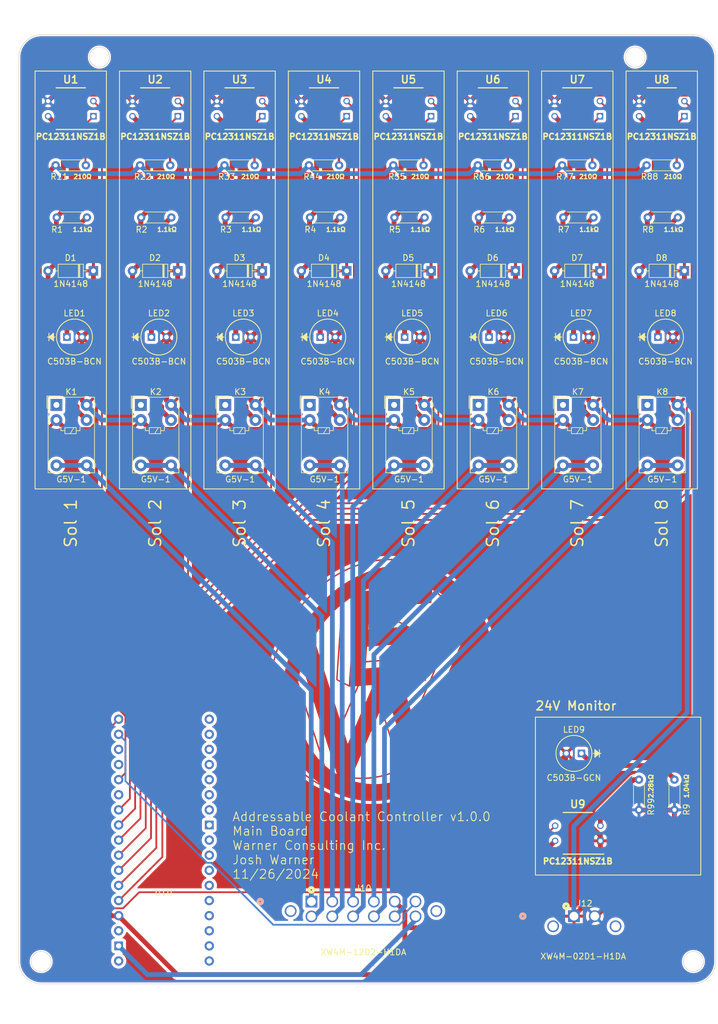
<source format=kicad_pcb>
(kicad_pcb (version 20221018) (generator pcbnew)
  (layers (0 "F.Cu" signal) (31 "B.Cu" signal) (34 "B.Paste" user) (35 "F.Paste" user) (36 "B.SilkS" user "B.Silkscreen") (37 "F.SilkS" user "F.Silkscreen") (38 "B.Mask" user) (39 "F.Mask" user) (44 "Edge.Cuts" user))
  (net 0 "")
  (net 1 "+24V")
  (net 2 "Net-(D1-A)")
  (net 3 "Net-(D2-A)")
  (net 4 "Net-(D3-A)")
  (net 5 "Net-(D4-A)")
  (net 6 "Net-(D5-A)")
  (net 7 "Net-(D6-A)")
  (net 8 "Net-(D7-A)")
  (net 9 "Net-(D8-A)")
  (net 10 "GND")
  (net 19 "Net-(LED1-Pad1)")
  (net 20 "Net-(LED2-Pad1)")
  (net 21 "Net-(LED3-Pad1)")
  (net 22 "Net-(LED4-Pad1)")
  (net 23 "Net-(LED5-Pad1)")
  (net 24 "Net-(LED6-Pad1)")
  (net 25 "Net-(LED7-Pad1)")
  (net 26 "Net-(LED8-Pad1)")
  (net 27 "/Main_Board/S1")
  (net 28 "Net-(LED9-Pad1)")
  (net 29 "/Main_Board/S3")
  (net 30 "/Main_Board/S5")
  (net 31 "/Main_Board/S7")
  (net 32 "/Main_Board/MCU 3.3v")
  (net 33 "/Main_Board/IO13")
  (net 34 "/Main_Board/S2")
  (net 35 "/Main_Board/S4")
  (net 36 "/Main_Board/S6")
  (net 37 "/Main_Board/S8")
  (net 38 "/Main_Board/MCU GND")
  (net 39 "/Main_Board/IO1")
  (net 40 "/Main_Board/IO3")
  (net 41 "/Main_Board/IO5")
  (net 42 "/Main_Board/IO21")
  (net 43 "/Main_Board/IO12")
  (net 44 "/Main_Board/IO0")
  (net 45 "/Main_Board/IO16")
  (net 46 "/Main_Board/IO4")
  (net 47 "/Main_Board/IO2")
  (net 70 "Net-(R11-Pad2)")
  (net 71 "Net-(R22-Pad2)")
  (net 72 "Net-(R33-Pad2)")
  (net 73 "Net-(R44-Pad2)")
  (net 74 "Net-(R55-Pad2)")
  (net 75 "Net-(R66-Pad2)")
  (net 76 "Net-(R77-Pad2)")
  (net 77 "Net-(R88-Pad2)")
  (net 78 "Net-(R99-Pad1)")
  (footprint "Resistor:R_Axial_DIN0204_L3.6mm_D1.6mm_P5.08mm_Horizontal-JW" (layer "F.Cu") (at 191.88725 41.93744)
    (fp_text reference "R33")
    (fp_text value "210Ω")
  )
  (footprint "C503B_GCN_CY0C0792:C503B_GCN_CY0C0792" (layer "F.Cu") (at 250.65211 140.777 180)
    (fp_text reference "LED9")
    (fp_text value "C503B-GCN")
  )
  (footprint "C503B_BCN_CV0Z0461:C503B_BCN_CV0Z0461" (layer "F.Cu") (at 195.05725 70.8)
    (fp_text reference "LED3")
    (fp_text value "C503B-BCN")
  )
  (footprint "PC12311NSZ1B:PC12311NSZ1B" (layer "F.Cu") (at 180.22875 32.41244 180)
    (fp_text reference "U2")
    (fp_text value "PC12311NSZ1B")
  )
  (footprint "Relay_THT:Relay_SPDT_Omron_G5V-1" (layer "F.Cu") (at 263.01225 82.21098)
    (fp_text reference "K8")
    (fp_text value "G5V-1")
  )
  (footprint "Resistor:R_Axial_DIN0204_L3.6mm_D1.6mm_P5.08mm_Horizontal-JW" (layer "F.Cu") (at 253.94575 50.70044 180)
    (fp_text reference "R7")
    (fp_text value "1.1kΩ")
  )
  (footprint "PC12311NSZ1B:PC12311NSZ1B" (layer "F.Cu") (at 166.03025 32.41244 180)
    (fp_text reference "U1")
    (fp_text value "PC12311NSZ1B")
  )
  (footprint "PC12311NSZ1B:PC12311NSZ1B" (layer "F.Cu") (at 222.82425 32.41244 180)
    (fp_text reference "U5")
    (fp_text value "PC12311NSZ1B")
  )
  (footprint "Resistor:R_Axial_DIN0204_L3.6mm_D1.6mm_P5.08mm_Horizontal-JW" (layer "F.Cu") (at 182.95325 50.70044 180)
    (fp_text reference "R2")
    (fp_text value "1.1kΩ")
  )
  (footprint "Diode_THT:D_DO-35_SOD27_P7.62mm_Horizontal-JW" (layer "F.Cu") (at 240.83275 59.67402 180)
    (fp_text reference "D6")
    (fp_text value "1N4148")
  )
  (footprint "Resistor:R_Axial_DIN0204_L3.6mm_D1.6mm_P5.08mm_Horizontal-JW" (layer "F.Cu") (at 220.28425 41.93744)
    (fp_text reference "R55")
    (fp_text value "210Ω")
  )
  (footprint "Resistor:R_Axial_DIN0204_L3.6mm_D1.6mm_P5.08mm_Horizontal-JW" (layer "F.Cu") (at 225.54875 50.70044 180)
    (fp_text reference "R5")
    (fp_text value "1.1kΩ")
  )
  (footprint "PC12311NSZ1B:PC12311NSZ1B" (layer "F.Cu") (at 265.41975 32.41244 180)
    (fp_text reference "U8")
    (fp_text value "PC12311NSZ1B")
  )
  (footprint "C503B_BCN_CV0Z0461:C503B_BCN_CV0Z0461" (layer "F.Cu") (at 266.04975 70.8)
    (fp_text reference "LED8")
    (fp_text value "C503B-BCN")
  )
  (footprint "Resistor:R_Axial_DIN0204_L3.6mm_D1.6mm_P5.08mm_Horizontal-JW" (layer "F.Cu") (at 197.15175 50.70044 180)
    (fp_text reference "R3")
    (fp_text value "1.1kΩ")
  )
  (footprint "Symbol:KiCad-Logo2_8mm_Copper" (layer "F.Cu") (at 255.11475 119.78844)
    (fp_text reference "REF**" hide)
    (fp_text value "KiCad-Logo2_8mm_Copper" hide)
  )
  (footprint "Resistor:R_Axial_DIN0204_L3.6mm_D1.6mm_P5.08mm_Horizontal-JW" (layer "F.Cu") (at 239.74725 50.70044 180)
    (fp_text reference "R6")
    (fp_text value "1.1kΩ")
  )
  (footprint "Diode_THT:D_DO-35_SOD27_P7.62mm_Horizontal-JW" (layer "F.Cu") (at 184.03875 59.67402 180)
    (fp_text reference "D2")
    (fp_text value "1N4148")
  )
  (footprint "Diode_THT:D_DO-35_SOD27_P7.62mm_Horizontal-JW" (layer "F.Cu") (at 169.84025 59.67402 180)
    (fp_text reference "D1")
    (fp_text value "1N4148")
  )
  (footprint "Warner Consulting Logo:Warner Consulting Logo" (layer "F.Cu") (at 218.28475 128.42444)
    (fp_text reference "G***" hide)
    (fp_text value "LOGO" hide)
  )
  (footprint "ProS3:ProS3_TH" (layer "F.Cu") (at 181.68875 155.34844 180)
    (fp_text reference "U10")
    (fp_text value "ProS3")
  )
  (footprint "Relay_THT:Relay_SPDT_Omron_G5V-1" (layer "F.Cu") (at 220.41675 82.21098)
    (fp_text reference "K5")
    (fp_text value "G5V-1")
  )
  (footprint "Relay_THT:Relay_SPDT_Omron_G5V-1" (layer "F.Cu") (at 234.61525 82.21098)
    (fp_text reference "K6")
    (fp_text value "G5V-1")
  )
  (footprint "Diode_THT:D_DO-35_SOD27_P7.62mm_Horizontal-JW" (layer "F.Cu") (at 269.22975 59.67402 180)
    (fp_text reference "D8")
    (fp_text value "1N4148")
  )
  (footprint "Relay_THT:Relay_SPDT_Omron_G5V-1" (layer "F.Cu") (at 206.21825 82.21098)
    (fp_text reference "K4")
    (fp_text value "G5V-1")
  )
  (footprint "Resistor:R_Axial_DIN0204_L3.6mm_D1.6mm_P5.08mm_Horizontal-JW" (layer "F.Cu") (at 248.68125 41.93744)
    (fp_text reference "R77")
    (fp_text value "210Ω")
  )
  (footprint "PC12311NSZ1B:PC12311NSZ1B" (layer "F.Cu") (at 251.22125 32.41244 180)
    (fp_text reference "U7")
    (fp_text value "PC12311NSZ1B")
  )
  (footprint "PC12311NSZ1B:PC12311NSZ1B" (layer "F.Cu") (at 237.02275 32.41244 180)
    (fp_text reference "U6")
    (fp_text value "PC12311NSZ1B")
  )
  (footprint "xw4m-12d2-h1da:xw4m-12d2-h1da" (layer "F.Cu") (at 206.514745 165.67544)
    (fp_text reference "J10")
    (fp_text value "XW4M-12D2-H1DA")
  )
  (footprint "Relay_THT:Relay_SPDT_Omron_G5V-1" (layer "F.Cu") (at 248.81375 82.21098)
    (fp_text reference "K7")
    (fp_text value "G5V-1")
  )
  (footprint "xw4m-02d1-h1da:xw4m-02d1-h1da" (layer "F.Cu") (at 250.64435 168.131741)
    (fp_text reference "J12")
    (fp_text value "XW4M-02D1-H1DA")
  )
  (footprint "Relay_THT:Relay_SPDT_Omron_G5V-1" (layer "F.Cu") (at 192.01975 82.21098)
    (fp_text reference "K3")
    (fp_text value "G5V-1")
  )
  (footprint "C503B_BCN_CV0Z0461:C503B_BCN_CV0Z0461" (layer "F.Cu") (at 166.66025 70.8)
    (fp_text reference "LED1")
    (fp_text value "C503B-BCN")
  )
  (footprint "C503B_BCN_CV0Z0461:C503B_BCN_CV0Z0461" (layer "F.Cu") (at 209.25575 70.8)
    (fp_text reference "LED4")
    (fp_text value "C503B-BCN")
  )
  (footprint "C503B_BCN_CV0Z0461:C503B_BCN_CV0Z0461" (layer "F.Cu") (at 180.85875 70.8)
    (fp_text reference "LED2")
    (fp_text value "C503B-BCN")
  )
  (footprint "Diode_THT:D_DO-35_SOD27_P7.62mm_Horizontal-JW" (layer "F.Cu") (at 212.43575 59.67402 180)
    (fp_text reference "D4")
    (fp_text value "1N4148")
  )
  (footprint "PC12311NSZ1B:PC12311NSZ1B" (layer "F.Cu") (at 194.42725 32.41244 180)
    (fp_text reference "U3")
    (fp_text value "PC12311NSZ1B")
  )
  (footprint "C503B_BCN_CV0Z0461:C503B_BCN_CV0Z0461" (layer "F.Cu") (at 223.45425 70.8)
    (fp_text reference "LED5")
    (fp_text value "C503B-BCN")
  )
  (footprint "PC12311NSZ1B:PC12311NSZ1B" (layer "F.Cu") (at 208.62575 32.41244 180)
    (fp_text reference "U4")
    (fp_text value "PC12311NSZ1B")
  )
  (footprint "Resistor:R_Axial_DIN0204_L3.6mm_D1.6mm_P5.08mm_Horizontal-JW" (layer "F.Cu") (at 234.48275 41.93744)
    (fp_text reference "R66")
    (fp_text value "210Ω")
  )
  (footprint "Resistor:R_Axial_DIN0204_L3.6mm_D1.6mm_P5.08mm_Horizontal-JW" (layer "F.Cu") (at 268.14425 50.70044 180)
    (fp_text reference "R8")
    (fp_text value "1.1kΩ")
  )
  (footprint "Diode_THT:D_DO-35_SOD27_P7.62mm_Horizontal-JW" (layer "F.Cu") (at 226.63425 59.67402 180)
    (fp_text reference "D5")
    (fp_text value "1N4148")
  )
  (footprint "Resistor:R_Axial_DIN0204_L3.6mm_D1.6mm_P5.08mm_Horizontal-JW" (layer "F.Cu") (at 163.49025 41.93744)
    (fp_text reference "R11")
    (fp_text value "210Ω")
  )
  (footprint "C503B_BCN_CV0Z0461:C503B_BCN_CV0Z0461" (layer "F.Cu") (at 251.85125 70.8)
    (fp_text reference "LED7")
    (fp_text value "C503B-BCN")
  )
  (footprint "Resistor:R_Axial_DIN0204_L3.6mm_D1.6mm_P5.08mm_Horizontal-JW" (layer "F.Cu") (at 261.59175 145.18844 -90)
    (fp_text reference "R99")
    (fp_text value "2.28kΩ")
  )
  (footprint "C503B_BCN_CV0Z0461:C503B_BCN_CV0Z0461" (layer "F.Cu") (at 237.65275 70.8)
    (fp_text reference "LED6")
    (fp_text value "C503B-BCN")
  )
  (footprint "Diode_THT:D_DO-35_SOD27_P7.62mm_Horizontal-JW" (layer "F.Cu") (at 255.03125 59.67402 180)
    (fp_text reference "D7")
    (fp_text value "1N4148")
  )
  (footprint "Relay_THT:Relay_SPDT_Omron_G5V-1" (layer "F.Cu") (at 163.62275 82.21098)
    (fp_text reference "K1")
    (fp_text value "G5V-1")
  )
  (footprint "Resistor:R_Axial_DIN0204_L3.6mm_D1.6mm_P5.08mm_Horizontal-JW" (layer "F.Cu") (at 168.75475 50.70044 180)
    (fp_text reference "R1")
    (fp_text value "1.1kΩ")
  )
  (footprint "Resistor:R_Axial_DIN0204_L3.6mm_D1.6mm_P5.08mm_Horizontal-JW" (layer "F.Cu") (at 177.68875 41.93744)
    (fp_text reference "R22")
    (fp_text value "210Ω")
  )
  (footprint "Resistor:R_Axial_DIN0204_L3.6mm_D1.6mm_P5.08mm_Horizontal-JW" (layer "F.Cu") (at 267.56075 145.18844 -90)
    (fp_text reference "R9")
    (fp_text value "1.04kΩ")
  )
  (footprint "Resistor:R_Axial_DIN0204_L3.6mm_D1.6mm_P5.08mm_Horizontal-JW" (layer "F.Cu") (at 211.35025 50.70044 180)
    (fp_text reference "R4")
    (fp_text value "1.1kΩ")
  )
  (footprint "Resistor:R_Axial_DIN0204_L3.6mm_D1.6mm_P5.08mm_Horizontal-JW" (layer "F.Cu") (at 262.87975 41.93744)
    (fp_text reference "R88")
    (fp_text value "210Ω")
  )
  (footprint "Relay_THT:Relay_SPDT_Omron_G5V-1" (layer "F.Cu") (at 177.82125 82.21098)
    (fp_text reference "K2")
    (fp_text value "G5V-1")
  )
  (footprint "PCM_kikit:Board" (layer "F.Cu") (at 163.67475 20)
    (fp_text reference "Main_Board")
    (fp_text value "Board")
  )
  (footprint "Diode_THT:D_DO-35_SOD27_P7.62mm_Horizontal-JW" (layer "F.Cu") (at 198.23725 59.67402 180)
    (fp_text reference "D3")
    (fp_text value "1N4148")
  )
  (footprint "PC12311NSZ1B:PC12311NSZ1B" (layer "F.Cu") (at 251.30475 154.20544 180)
    (fp_text reference "U9")
    (fp_text value "PC12311NSZ1B")
  )
  (footprint "Resistor:R_Axial_DIN0204_L3.6mm_D1.6mm_P5.08mm_Horizontal-JW" (layer "F.Cu") (at 206.08575 41.93744)
    (fp_text reference "R44")
    (fp_text value "210Ω")
  )
  (gr_rect (start 231.02375 26.096) (end 243.02175 96.327) (stroke (width 0.15)) (fill none) (layer "F.SilkS"))
  (gr_rect (start 160.03125 26.096) (end 172.02925 96.327) (stroke (width 0.15)) (fill none) (layer "F.SilkS"))
  (gr_rect (start 174.22975 26.096) (end 186.22775 96.327) (stroke (width 0.15)) (fill none) (layer "F.SilkS"))
  (gr_rect (start 202.62675 26.096) (end 214.62475 96.327) (stroke (width 0.15)) (fill none) (layer "F.SilkS"))
  (gr_rect (start 188.42825 26.096) (end 200.42625 96.327) (stroke (width 0.15)) (fill none) (layer "F.SilkS"))
  (gr_rect (start 216.82525 26.096) (end 228.82325 96.327) (stroke (width 0.15)) (fill none) (layer "F.SilkS"))
  (gr_rect (start 244.17511 134.681) (end 271.98811 161.224) (stroke (width 0.15)) (fill none) (layer "F.SilkS"))
  (gr_rect (start 245.22225 26.096) (end 257.22025 96.327) (stroke (width 0.15)) (fill none) (layer "F.SilkS"))
  (gr_rect (start 259.42075 26.096) (end 271.41875 96.327) (stroke (width 0.15)) (fill none) (layer "F.SilkS"))
  (gr_circle (center 170.85 23.75) (end 172.55 23.75) (stroke (width 0.1)) (fill none) (layer "Edge.Cuts"))
  (gr_line (start 161.11711 20) (end 270.68289 20) (stroke (width 0.1)) (layer "Edge.Cuts"))
  (gr_line (start 270.68289 179.505779) (end 161.11711 179.50578) (stroke (width 0.1)) (layer "Edge.Cuts"))
  (gr_arc (start 161.11711 179.50578) (mid 158.423044 178.389845) (end 157.30711 175.69578) (stroke (width 0.1)) (layer "Edge.Cuts"))
  (gr_arc (start 270.68289 20) (mid 273.376984 21.115905) (end 274.492889 23.809999) (stroke (width 0.1)) (layer "Edge.Cuts"))
  (gr_circle (center 260.95 23.75) (end 262.65 23.75) (stroke (width 0.1)) (fill none) (layer "Edge.Cuts"))
  (gr_arc (start 157.30711 23.81) (mid 158.423033 21.115923) (end 161.11711 20) (stroke (width 0.1)) (layer "Edge.Cuts"))
  (gr_line (start 274.492889 23.809999) (end 274.49289 175.69578) (stroke (width 0.1)) (layer "Edge.Cuts"))
  (gr_arc (start 274.49289 175.69578) (mid 273.376984 178.389874) (end 270.68289 179.505779) (stroke (width 0.1)) (layer "Edge.Cuts"))
  (gr_circle (center 161.057109 175.75578) (end 162.757109 175.75578) (stroke (width 0.1)) (fill none) (layer "Edge.Cuts"))
  (gr_circle (center 270.742889 175.75578) (end 272.442889 175.75578) (stroke (width 0.1)) (fill none) (layer "Edge.Cuts"))
  (gr_line (start 157.30711 175.69578) (end 157.30711 23.81) (stroke (width 0.1)) (layer "Edge.Cuts"))
  (gr_text "Sol 3 " (at 194.42725 96.327 90) (layer "F.SilkS") (effects (font (size 2 2) (thickness 0.25)) (justify right)))
  (gr_text "Sol 1 " (at 166.03025 96.327 90) (layer "F.SilkS") (effects (font (size 2 2) (thickness 0.25)) (justify right)))
  (gr_text "Sol 8 " (at 265.41975 96.327 90) (layer "F.SilkS") (effects (font (size 2 2) (thickness 0.25)) (justify right)))
  (gr_text "Addressable Coolant Controller v1.0.0\nMain Board\nWarner Consulting Inc.\nJosh Warner\n11/26/2024" (at 193.12111 161.95244) (layer "F.SilkS") (effects (font (size 1.5 1.5)) (justify left bottom)))
  (gr_text "Sol 5 " (at 222.82425 96.327 90) (layer "F.SilkS") (effects (font (size 2 2) (thickness 0.25)) (justify right)))
  (gr_text "Sol 2 " (at 180.22875 96.327 90) (layer "F.SilkS") (effects (font (size 2 2) (thickness 0.25)) (justify right)))
  (gr_text "Sol 6 " (at 237.02275 96.327 90) (layer "F.SilkS") (effects (font (size 2 2) (thickness 0.25)) (justify right)))
  (gr_text "Sol 7 " (at 251.22125 96.327 90) (layer "F.SilkS") (effects (font (size 2 2) (thickness 0.25)) (justify right)))
  (gr_text "Sol 4 " (at 208.62575 96.327 90) (layer "F.SilkS") (effects (font (size 2 2) (thickness 0.25)) (justify right)))
  (gr_text "24V Monitor" (at 244.04811 133.665) (layer "F.SilkS") (effects (font (size 1.5 1.5) (thickness 0.25) bold) (justify left bottom)))
  (segment (start 184.03875 68.89) (end 182.12875 70.8) (width 0.8) (layer "F.Cu") (net 1))
  (segment (start 255.49375 85.49036) (end 255.49375 83.81098) (width 0.8) (layer "F.Cu") (net 1))
  (segment (start 207.81825 86.35098) (end 212.03763 86.35098) (width 0.8) (layer "F.Cu") (net 1))
  (segment (start 198.69975 83.81098) (end 197.09975 82.21098) (width 0.8) (layer "F.Cu") (net 1))
  (segment (start 269.22975 59.67402) (end 269.22975 68.89) (width 0.8) (layer "F.Cu") (net 1))
  (segment (start 210.52575 70.8) (end 210.52575 81.43848) (width 0.8) (layer "F.Cu") (net 1))
  (segment (start 264.61225 86.35098) (end 268.83163 86.35098) (width 0.8) (layer "F.Cu") (net 1))
  (segment (start 224.72425 70.8) (end 224.72425 81.43848) (width 0.8) (layer "F.Cu") (net 1))
  (segment (start 198.23725 68.89) (end 196.32725 70.8) (width 0.8) (layer "F.Cu") (net 1))
  (segment (start 222.01675 86.35098) (end 226.23613 86.35098) (width 0.8) (layer "F.Cu") (net 1))
  (segment (start 255.03125 59.67402) (end 255.03125 68.89) (width 0.8) (layer "F.Cu") (net 1))
  (segment (start 269.69225 83.81098) (end 268.09225 82.21098) (width 0.8) (layer "F.Cu") (net 1))
  (segment (start 269.22975 68.89) (end 267.31975 70.8) (width 0.8) (layer "F.Cu") (net 1))
  (segment (start 269.69225 83.81098) (end 268.09225 82.21098) (width 0.8) (layer "F.Cu") (net 1))
  (segment (start 192.01975 84.75098) (end 193.61975 86.35098) (width 0.8) (layer "F.Cu") (net 1))
  (segment (start 226.63425 68.89) (end 224.72425 70.8) (width 0.8) (layer "F.Cu") (net 1))
  (segment (start 210.52575 70.8) (end 210.52575 81.43848) (width 0.8) (layer "F.Cu") (net 1))
  (segment (start 210.52575 70.8) (end 210.52575 81.43848) (width 0.8) (layer "F.Cu") (net 1))
  (segment (start 254.63313 86.35098) (end 255.49375 85.49036) (width 0.8) (layer "F.Cu") (net 1))
  (segment (start 212.43575 68.89) (end 210.52575 70.8) (width 0.8) (layer "F.Cu") (net 1))
  (segment (start 255.49375 83.81098) (end 253.89375 82.21098) (width 0.8) (layer "F.Cu") (net 1))
  (segment (start 165.22275 86.35098) (end 169.44213 86.35098) (width 0.8) (layer "F.Cu") (net 1))
  (segment (start 182.12875 70.8) (end 182.12875 81.43848) (width 0.8) (layer "F.Cu") (net 1))
  (segment (start 212.89825 85.49036) (end 212.89825 83.81098) (width 0.8) (layer "F.Cu") (net 1))
  (segment (start 227.09675 83.81098) (end 225.49675 82.21098) (width 0.8) (layer "F.Cu") (net 1))
  (segment (start 241.29525 85.49036) (end 241.29525 83.81098) (width 0.8) (layer "F.Cu") (net 1))
  (segment (start 184.50125 83.81098) (end 182.90125 82.21098) (width 0.8) (layer "F.Cu") (net 1))
  (segment (start 240.43463 86.35098) (end 241.29525 85.49036) (width 0.8) (layer "F.Cu") (net 1))
  (segment (start 240.83275 59.67402) (end 240.83275 68.89) (width 0.8) (layer "F.Cu") (net 1))
  (segment (start 268.83163 86.35098) (end 269.69225 85.49036) (width 0.8) (layer "F.Cu") (net 1))
  (segment (start 184.03875 59.67402) (end 184.03875 68.89) (width 0.8) (layer "F.Cu") (net 1))
  (segment (start 255.49375 83.81098) (end 253.89375 82.21098) (width 0.8) (layer "F.Cu") (net 1))
  (segment (start 198.69975 83.81098) (end 197.09975 82.21098) (width 0.8) (layer "F.Cu") (net 1))
  (segment (start 224.72425 81.43848) (end 225.49675 82.21098) (width 0.8) (layer "F.Cu") (net 1))
  (segment (start 255.03125 59.67402) (end 255.03125 68.89) (width 0.8) (layer "F.Cu") (net 1))
  (segment (start 196.32725 81.43848) (end 197.09975 82.21098) (width 0.8) (layer "F.Cu") (net 1))
  (segment (start 240.83275 59.67402) (end 240.83275 68.89) (width 0.8) (layer "F.Cu") (net 1))
  (segment (start 210.52575 81.43848) (end 211.29825 82.21098) (width 0.8) (layer "F.Cu") (net 1))
  (segment (start 253.12125 81.43848) (end 253.89375 82.21098) (width 0.8) (layer "F.Cu") (net 1))
  (segment (start 267.31975 81.43848) (end 268.09225 82.21098) (width 0.8) (layer "F.Cu") (net 1))
  (segment (start 212.89825 83.81098) (end 211.29825 82.21098) (width 0.8) (layer "F.Cu") (net 1))
  (segment (start 226.63425 68.89) (end 224.72425 70.8) (width 0.8) (layer "F.Cu") (net 1))
  (segment (start 238.92275 70.8) (end 238.92275 81.43848) (width 0.8) (layer "F.Cu") (net 1))
  (segment (start 183.64063 86.35098) (end 184.50125 85.49036) (width 0.8) (layer "F.Cu") (net 1))
  (segment (start 182.12875 70.8) (end 182.12875 81.43848) (width 0.8) (layer "F.Cu") (net 1))
  (segment (start 182.12875 81.43848) (end 182.90125 82.21098) (width 0.8) (layer "F.Cu") (net 1))
  (segment (start 269.22975 68.89) (end 267.31975 70.8) (width 0.8) (layer "F.Cu") (net 1))
  (segment (start 198.69975 85.49036) (end 198.69975 83.81098) (width 0.8) (layer "F.Cu") (net 1))
  (segment (start 198.23725 68.89) (end 196.32725 70.8) (width 0.8) (layer "F.Cu") (net 1))
  (segment (start 212.03763 86.35098) (end 212.89825 85.49036) (width 0.8) (layer "F.Cu") (net 1))
  (segment (start 169.44213 86.35098) (end 170.30275 85.49036) (width 0.8) (layer "F.Cu") (net 1))
  (segment (start 240.83275 68.89) (end 238.92275 70.8) (width 0.8) (layer "F.Cu") (net 1))
  (segment (start 224.72425 70.8) (end 224.72425 81.43848) (width 0.8) (layer "F.Cu") (net 1))
  (segment (start 226.63425 59.67402) (end 226.63425 68.89) (width 0.8) (layer "F.Cu") (net 1))
  (segment (start 255.03125 68.89) (end 253.12125 70.8) (width 0.8) (layer "F.Cu") (net 1))
  (segment (start 197.83913 86.35098) (end 198.69975 85.49036) (width 0.8) (layer "F.Cu") (net 1))
  (segment (start 269.69225 83.81098) (end 268.09225 82.21098) (width 0.8) (layer "F.Cu") (net 1))
  (segment (start 250.41375 86.35098) (end 254.63313 86.35098) (width 0.8) (layer "F.Cu") (net 1))
  (segment (start 263.01225 84.75098) (end 264.61225 86.35098) (width 0.8) (layer "F.Cu") (net 1))
  (segment (start 250.41375 86.35098) (end 254.63313 86.35098) (width 0.8) (layer "F.Cu") (net 1))
  (segment (start 255.03125 59.67402) (end 255.03125 68.89) (width 0.8) (layer "F.Cu") (net 1))
  (segment (start 238.92275 81.43848) (end 239.69525 82.21098) (width 0.8) (layer "F.Cu") (net 1))
  (segment (start 267.31975 81.43848) (end 268.09225 82.21098) (width 0.8) (layer "F.Cu") (net 1))
  (segment (start 269.22975 68.89) (end 267.31975 70.8) (width 0.8) (layer "F.Cu") (net 1))
  (segment (start 184.03875 68.89) (end 182.12875 70.8) (width 0.8) (layer "F.Cu") (net 1))
  (segment (start 198.69975 83.81098) (end 197.09975 82.21098) (width 0.8) (layer "F.Cu") (net 1))
  (segment (start 248.81375 84.75098) (end 250.41375 86.35098) (width 0.8) (layer "F.Cu") (net 1))
  (segment (start 253.12125 81.43848) (end 253.89375 82.21098) (width 0.8) (layer "F.Cu") (net 1))
  (segment (start 193.61975 86.35098) (end 197.83913 86.35098) (width 0.8) (layer "F.Cu") (net 1))
  (segment (start 212.89825 83.81098) (end 211.29825 82.21098) (width 0.8) (layer "F.Cu") (net 1))
  (segment (start 264.61225 86.35098) (end 268.83163 86.35098) (width 0.8) (layer "F.Cu") (net 1))
  (segment (start 264.61225 86.35098) (end 268.83163 86.35098) (width 0.8) (layer "F.Cu") (net 1))
  (segment (start 268.83163 86.35098) (end 269.69225 85.49036) (width 0.8) (layer "F.Cu") (net 1))
  (segment (start 238.92275 70.8) (end 238.92275 81.43848) (width 0.8) (layer "F.Cu") (net 1))
  (segment (start 212.43575 59.67402) (end 212.43575 68.89) (width 0.8) (layer "F.Cu") (net 1))
  (segment (start 183.64063 86.35098) (end 184.50125 85.49036) (width 0.8) (layer "F.Cu") (net 1))
  (segment (start 179.42125 86.35098) (end 183.64063 86.35098) (width 0.8) (layer "F.Cu") (net 1))
  (segment (start 198.23725 59.67402) (end 198.23725 68.89) (width 0.8) (layer "F.Cu") (net 1))
  (segment (start 184.03875 68.89) (end 182.12875 70.8) (width 0.8) (layer "F.Cu") (net 1))
  (segment (start 212.43575 59.67402) (end 212.43575 68.89) (width 0.8) (layer "F.Cu") (net 1))
  (segment (start 212.03763 86.35098) (end 212.89825 85.49036) (width 0.8) (layer "F.Cu") (net 1))
  (segment (start 167.93025 81.43848) (end 168.70275 82.21098) (width 0.8) (layer "F.Cu") (net 1))
  (segment (start 182.12875 70.8) (end 182.12875 81.43848) (width 0.8) (layer "F.Cu") (net 1))
  (segment (start 227.09675 85.49036) (end 227.09675 83.81098) (width 0.8) (layer "F.Cu") (net 1))
  (segment (start 179.42125 86.35098) (end 183.64063 86.35098) (width 0.8) (layer "F.Cu") (net 1))
  (segment (start 167.93025 70.8) (end 167.93025 81.43848) (width 0.8) (layer "F.Cu") (net 1))
  (segment (start 254.63313 86.35098) (end 255.49375 85.49036) (width 0.8) (layer "F.Cu") (net 1))
  (segment (start 234.61525 84.75098) (end 236.21525 86.35098) (width 0.8) (layer "F.Cu") (net 1))
  (segment (start 197.83913 86.35098) (end 198.69975 85.49036) (width 0.8) (layer "F.Cu") (net 1))
  (segment (start 184.03875 59.67402) (end 184.03875 68.89) (width 0.8) (layer "F.Cu") (net 1))
  (segment (start 207.81825 86.35098) (end 212.03763 86.35098) (width 0.8) (layer "F.Cu") (net 1))
  (segment (start 240.83275 68.89) (end 238.92275 70.8) (width 0.8) (layer "F.Cu") (net 1))
  (segment (start 196.32725 70.8) (end 196.32725 81.43848) (width 0.8) (layer "F.Cu") (net 1))
  (segment (start 263.01225 84.75098) (end 264.61225 86.35098) (width 0.8) (layer "F.Cu") (net 1))
  (segment (start 269.69225 85.49036) (end 269.69225 83.81098) (width 0.8) (layer "F.Cu") (net 1))
  (segment (start 241.29525 83.81098) (end 239.69525 82.21098) (width 0.8) (layer "F.Cu") (net 1))
  (segment (start 198.23725 59.67402) (end 198.23725 68.89) (width 0.8) (layer "F.Cu") (net 1))
  (segment (start 234.61525 84.75098) (end 236.21525 86.35098) (width 0.8) (layer "F.Cu") (net 1))
  (segment (start 241.29525 83.81098) (end 239.69525 82.21098) (width 0.8) (layer "F.Cu") (net 1))
  (segment (start 227.09675 85.49036) (end 227.09675 83.81098) (width 0.8) (layer "F.Cu") (net 1))
  (segment (start 212.03763 86.35098) (end 212.89825 85.49036) (width 0.8) (layer "F.Cu") (net 1))
  (segment (start 184.50125 85.49036) (end 184.50125 83.81098) (width 0.8) (layer "F.Cu") (net 1))
  (segment (start 253.12125 70.8) (end 253.12125 81.43848) (width 0.8) (layer "F.Cu") (net 1))
  (segment (start 177.82125 84.75098) (end 179.42125 86.35098) (width 0.8) (layer "F.Cu") (net 1))
  (segment (start 210.52575 70.8) (end 210.52575 81.43848) (width 0.8) (layer "F.Cu") (net 1))
  (segment (start 198.23725 59.67402) (end 198.23725 68.89) (width 0.8) (layer "F.Cu") (net 1))
  (segment (start 240.83275 59.67402) (end 240.83275 68.89) (width 0.8) (layer "F.Cu") (net 1))
  (segment (start 182.12875 81.43848) (end 182.90125 82.21098) (width 0.8) (layer "F.Cu") (net 1))
  (segment (start 198.23725 68.89) (end 196.32725 70.8) (width 0.8) (layer "F.Cu") (net 1))
  (segment (start 226.23613 86.35098) (end 227.09675 85.49036) (width 0.8) (layer "F.Cu") (net 1))
  (segment (start 169.84025 59.67402) (end 169.84025 68.89) (width 0.8) (layer "F.Cu") (net 1))
  (segment (start 234.61525 84.75098) (end 236.21525 86.35098) (width 0.8) (layer "F.Cu") (net 1))
  (segment (start 212.03763 86.35098) (end 212.89825 85.49036) (width 0.8) (layer "F.Cu") (net 1))
  (segment (start 206.21825 84.75098) (end 207.81825 86.35098) (width 0.8) (layer "F.Cu") (net 1))
  (segment (start 207.81825 86.35098) (end 212.03763 86.35098) (width 0.8) (layer "F.Cu") (net 1))
  (segment (start 222.01675 86.35098) (end 226.23613 86.35098) (width 0.8) (layer "F.Cu") (net 1))
  (segment (start 255.03125 68.89) (end 253.12125 70.8) (width 0.8) (layer "F.Cu") (net 1))
  (segment (start 241.29525 85.49036) (end 241.29525 83.81098) (width 0.8) (layer "F.Cu") (net 1))
  (segment (start 268.83163 86.35098) (end 269.69225 85.49036) (width 0.8) (layer "F.Cu") (net 1))
  (segment (start 212.89825 83.81098) (end 211.29825 82.21098) (width 0.8) (layer "F.Cu") (net 1))
  (segment (start 196.32725 81.43848) (end 197.09975 82.21098) (width 0.8) (layer "F.Cu") (net 1))
  (segment (start 224.72425 81.43848) (end 225.49675 82.21098) (width 0.8) (layer "F.Cu") (net 1))
  (segment (start 226.23613 86.35098) (end 227.09675 85.49036) (width 0.8) (layer "F.Cu") (net 1))
  (segment (start 212.43575 68.89) (end 210.52575 70.8) (width 0.8) (layer "F.Cu") (net 1))
  (segment (start 193.61975 86.35098) (end 197.83913 86.35098) (width 0.8) (layer "F.Cu") (net 1))
  (segment (start 255.03125 68.89) (end 253.12125 70.8) (width 0.8) (layer "F.Cu") (net 1))
  (segment (start 227.09675 83.81098) (end 225.49675 82.21098) (width 0.8) (layer "F.Cu") (net 1))
  (segment (start 255.49375 83.81098) (end 253.89375 82.21098) (width 0.8) (layer "F.Cu") (net 1))
  (segment (start 227.09675 85.49036) (end 227.09675 83.81098) (width 0.8) (layer "F.Cu") (net 1))
  (segment (start 269.22975 68.89) (end 267.31975 70.8) (width 0.8) (layer "F.Cu") (net 1))
  (segment (start 227.09675 83.81098) (end 225.49675 82.21098) (width 0.8) (layer "F.Cu") (net 1))
  (segment (start 224.72425 70.8) (end 224.72425 81.43848) (width 0.8) (layer "F.Cu") (net 1))
  (segment (start 269.69225 85.49036) (end 269.69225 83.81098) (width 0.8) (layer "F.Cu") (net 1))
  (segment (start 222.01675 86.35098) (end 226.23613 86.35098) (width 0.8) (layer "F.Cu") (net 1))
  (segment (start 192.01975 84.75098) (end 193.61975 86.35098) (width 0.8) (layer "F.Cu") (net 1))
  (segment (start 227.09675 83.81098) (end 225.49675 82.21098) (width 0.8) (layer "F.Cu") (net 1))
  (segment (start 184.50125 85.49036) (end 184.50125 83.81098) (width 0.8) (layer "F.Cu") (net 1))
  (segment (start 177.82125 84.75098) (end 179.42125 86.35098) (width 0.8) (layer "F.Cu") (net 1))
  (segment (start 268.83163 86.35098) (end 269.69225 85.49036) (width 0.8) (layer "F.Cu") (net 1))
  (segment (start 269.69225 83.81098) (end 268.09225 82.21098) (width 0.8) (layer "F.Cu") (net 1))
  (segment (start 198.23725 68.89) (end 196.32725 70.8) (width 0.8) (layer "F.Cu") (net 1))
  (segment (start 253.12125 70.8) (end 253.12125 81.43848) (width 0.8) (layer "F.Cu") (net 1))
  (segment (start 255.03125 59.67402) (end 255.03125 68.89) (width 0.8) (layer "F.Cu") (net 1))
  (segment (start 212.43575 59.67402) (end 212.43575 68.89) (width 0.8) (layer "F.Cu") (net 1))
  (segment (start 210.52575 81.43848) (end 211.29825 82.21098) (width 0.8) (layer "F.Cu") (net 1))
  (segment (start 236.21525 86.35098) (end 240.43463 86.35098) (width 0.8) (layer "F.Cu") (net 1))
  (segment (start 238.92275 70.8) (end 238.92275 81.43848) (width 0.8) (layer "F.Cu") (net 1))
  (segment (start 249.25511 140.904) (end 249.38211 140.777) (width 0.8) (layer "F.Cu") (net 1))
  (segment (start 238.92275 70.8) (end 238.92275 81.43848) (width 0.8) (layer "F.Cu") (net 1))
  (segment (start 220.41675 84.75098) (end 222.01675 86.35098) (width 0.8) (layer "F.Cu") (net 1))
  (segment (start 250.64201 168.419301) (end 250.64201 168.07618) (width 0.8) (layer "F.Cu") (net 1))
  (segment (start 197.83913 86.35098) (end 198.69975 85.49036) (width 0.8) (layer "F.Cu") (net 1))
  (segment (start 240.83275 68.89) (end 238.92275 70.8) (width 0.8) (layer "F.Cu") (net 1))
  (segment (start 182.12875 81.43848) (end 182.90125 82.21098) (width 0.8) (layer "F.Cu") (net 1))
  (segment (start 198.69975 85.49036) (end 198.69975 83.81098) (width 0.8) (layer "F.Cu") (net 1))
  (segment (start 212.89825 85.49036) (end 212.89825 83.81098) (width 0.8) (layer "F.Cu") (net 1))
  (segment (start 226.23613 86.35098) (end 227.09675 85.49036) (width 0.8) (layer "F.Cu") (net 1))
  (segment (start 196.32725 70.8) (end 196.32725 81.43848) (width 0.8) (layer "F.Cu") (net 1))
  (segment (start 210.52575 81.43848) (end 211.29825 82.21098) (width 0.8) (layer "F.Cu") (net 1))
  (segment (start 198.23725 59.67402) (end 198.23725 68.89) (width 0.8) (layer "F.Cu") (net 1))
  (segment (start 250.64201 168.07618) (end 255.09711 163.62108) (width 0.8) (layer "F.Cu") (net 1))
  (segment (start 241.29525 83.81098) (end 239.69525 82.21098) (width 0.8) (layer "F.Cu") (net 1))
  (segment (start 234.61525 84.75098) (end 236.21525 86.35098) (width 0.8) (layer "F.Cu") (net 1))
  (segment (start 267.31975 81.43848) (end 268.09225 82.21098) (width 0.8) (layer "F.Cu") (net 1))
  (segment (start 169.84025 68.89) (end 167.93025 70.8) (width 0.8) (layer "F.Cu") (net 1))
  (segment (start 196.32725 70.8) (end 196.32725 81.43848) (width 0.8) (layer "F.Cu") (net 1))
  (segment (start 240.43463 86.35098) (end 241.29525 85.49036) (width 0.8) (layer "F.Cu") (net 1))
  (segment (start 183.64063 86.35098) (end 184.50125 85.49036) (width 0.8) (layer "F.Cu") (net 1))
  (segment (start 236.21525 86.35098) (end 240.43463 86.35098) (width 0.8) (layer "F.Cu") (net 1))
  (segment (start 238.92275 81.43848) (end 239.69525 82.21098) (width 0.8) (layer "F.Cu") (net 1))
  (segment (start 206.21825 84.75098) (end 207.81825 86.35098) (width 0.8) (layer "F.Cu") (net 1))
  (segment (start 196.32725 81.43848) (end 197.09975 82.21098) (width 0.8) (layer "F.Cu") (net 1))
  (segment (start 255.03125 68.89) (end 253.12125 70.8) (width 0.8) (layer "F.Cu") (net 1))
  (segment (start 192.01975 84.75098) (end 193.61975 86.35098) (width 0.8) (layer "F.Cu") (net 1))
  (segment (start 255.49375 85.49036) (end 255.49375 83.81098) (width 0.8) (layer "F.Cu") (net 1))
  (segment (start 236.21525 86.35098) (end 240.43463 86.35098) (width 0.8) (layer "F.Cu") (net 1))
  (segment (start 196.32725 81.43848) (end 197.09975 82.21098) (width 0.8) (layer "F.Cu") (net 1))
  (segment (start 198.69975 83.81098) (end 197.09975 82.21098) (width 0.8) (layer "F.Cu") (net 1))
  (segment (start 240.43463 86.35098) (end 241.29525 85.49036) (width 0.8) (layer "F.Cu") (net 1))
  (segment (start 240.43463 86.35098) (end 241.29525 85.49036) (width 0.8) (layer "F.Cu") (net 1))
  (segment (start 224.72425 81.43848) (end 225.49675 82.21098) (width 0.8) (layer "F.Cu") (net 1))
  (segment (start 179.42125 86.35098) (end 183.64063 86.35098) (width 0.8) (layer "F.Cu") (net 1))
  (segment (start 267.31975 70.8) (end 267.31975 81.43848) (width 0.8) (layer "F.Cu") (net 1))
  (segment (start 224.72425 70.8) (end 224.72425 81.43848) (width 0.8) (layer "F.Cu") (net 1))
  (segment (start 254.63313 86.35098) (end 255.49375 85.49036) (width 0.8) (layer "F.Cu") (net 1))
  (segment (start 227.09675 85.49036) (end 227.09675 83.81098) (width 0.8) (layer "F.Cu") (net 1))
  (segment (start 267.31975 81.43848) (end 268.09225 82.21098) (width 0.8) (layer "F.Cu") (net 1))
  (segment (start 210.52575 81.43848) (end 211.29825 82.21098) (width 0.8) (layer "F.Cu") (net 1))
  (segment (start 220.41675 84.75098) (end 222.01675 86.35098) (width 0.8) (layer "F.Cu") (net 1))
  (segment (start 193.61975 86.35098) (end 197.83913 86.35098) (width 0.8) (layer "F.Cu") (net 1))
  (segment (start 222.01675 86.35098) (end 226.23613 86.35098) (width 0.8) (layer "F.Cu") (net 1))
  (segment (start 255.09711 163.62108) (end 255.09711 154.595346) (width 0.8) (layer "F.Cu") (net 1))
  (segment (start 254.63313 86.35098) (end 255.49375 85.49036) (width 0.8) (layer "F.Cu") (net 1))
  (segment (start 179.42125 86.35098) (end 183.64063 86.35098) (width 0.8) (layer "F.Cu") (net 1))
  (segment (start 184.50125 85.49036) (end 184.50125 83.81098) (width 0.8) (layer "F.Cu") (net 1))
  (segment (start 269.22975 59.67402) (end 269.22975 68.89) (width 0.8) (layer "F.Cu") (net 1))
  (segment (start 236.21525 86.35098) (end 240.43463 86.35098) (width 0.8) (layer "F.Cu") (net 1))
  (segment (start 184.03875 59.67402) (end 184.03875 68.89) (width 0.8) (layer "F.Cu") (net 1))
  (segment (start 226.63425 68.89) (end 224.72425 70.8) (width 0.8) (layer "F.Cu") (net 1))
  (segment (start 198.69975 85.49036) (end 198.69975 83.81098) (width 0.8) (layer "F.Cu") (net 1))
  (segment (start 197.83913 86.35098) (end 198.69975 85.49036) (width 0.8) (layer "F.Cu") (net 1))
  (segment (start 192.01975 84.75098) (end 193.61975 86.35098) (width 0.8) (layer "F.Cu") (net 1))
  (segment (start 170.30275 83.81098) (end 168.70275 82.21098) (width 0.8) (layer "F.Cu") (net 1))
  (segment (start 238.92275 81.43848) (end 239.69525 82.21098) (width 0.8) (layer "F.Cu") (net 1))
  (segment (start 248.81375 84.75098) (end 250.41375 86.35098) (width 0.8) (layer "F.Cu") (net 1))
  (segment (start 226.63425 68.89) (end 224.72425 70.8) (width 0.8) (layer "F.Cu") (net 1))
  (segment (start 193.61975 86.35098) (end 197.83913 86.35098) (width 0.8) (layer "F.Cu") (net 1))
  (segment (start 212.89825 85.49036) (end 212.89825 83.81098) (width 0.8) (layer "F.Cu") (net 1))
  (segment (start 250.41375 86.35098) (end 254.63313 86.35098) (width 0.8) (layer "F.Cu") (net 1))
  (segment (start 184.03875 59.67402) (end 184.03875 68.89) (width 0.8) (layer "F.Cu") (net 1))
  (segment (start 267.31975 70.8) (end 267.31975 81.43848) (width 0.8) (layer "F.Cu") (net 1))
  (segment (start 226.63425 59.67402) (end 226.63425 68.89) (width 0.8) (layer "F.Cu") (net 1))
  (segment (start 206.21825 84.75098) (end 207.81825 86.35098) (width 0.8) (layer "F.Cu") (net 1))
  (segment (start 267.31975 70.8) (end 267.31975 81.43848) (width 0.8) (layer "F.Cu") (net 1))
  (segment (start 269.69225 85.49036) (end 269.69225 83.81098) (width 0.8) (layer "F.Cu") (net 1))
  (segment (start 212.43575 59.67402) (end 212.43575 68.89) (width 0.8) (layer "F.Cu") (net 1))
  (segment (start 264.61225 86.35098) (end 268.83163 86.35098) (width 0.8) (layer "F.Cu") (net 1))
  (segment (start 241.29525 85.49036) (end 241.29525 83.81098) (width 0.8) (layer "F.Cu") (net 1))
  (segment (start 182.12875 81.43848) (end 182.90125 82.21098) (width 0.8) (layer "F.Cu") (net 1))
  (segment (start 212.43575 68.89) (end 210.52575 70.8) (width 0.8) (layer "F.Cu") (net 1))
  (segment (start 196.32725 70.8) (end 196.32725 81.43848) (width 0.8) (layer "F.Cu") (net 1))
  (segment (start 269.69225 85.49036) (end 269.69225 83.81098) (width 0.8) (layer "F.Cu") (net 1))
  (segment (start 177.82125 84.75098) (end 179.42125 86.35098) (width 0.8) (layer "F.Cu") (net 1))
  (segment (start 226.63425 59.67402) (end 226.63425 68.89) (width 0.8) (layer "F.Cu") (net 1))
  (segment (start 255.09711 154.595346) (end 249.25511 148.753346) (width 0.8) (layer "F.Cu") (net 1))
  (segment (start 255.49375 85.49036) (end 255.49375 83.81098) (width 0.8) (layer "F.Cu") (net 1))
  (segment (start 207.81825 86.35098) (end 212.03763 86.35098) (width 0.8) (layer "F.Cu") (net 1))
  (segment (start 220.41675 84.75098) (end 222.01675 86.35098) (width 0.8) (layer "F.Cu") (net 1))
  (segment (start 255.49375 83.81098) (end 253.89375 82.21098) (width 0.8) (layer "F.Cu") (net 1))
  (segment (start 212.89825 85.49036) (end 212.89825 83.81098) (width 0.8) (layer "F.Cu") (net 1))
  (segment (start 253.12125 70.8) (end 253.12125 81.43848) (width 0.8) (layer "F.Cu") (net 1))
  (segment (start 177.82125 84.75098) (end 179.42125 86.35098) (width 0.8) (layer "F.Cu") (net 1))
  (segment (start 226.23613 86.35098) (end 227.09675 85.49036) (width 0.8) (layer "F.Cu") (net 1))
  (segment (start 226.63425 59.67402) (end 226.63425 68.89) (width 0.8) (layer "F.Cu") (net 1))
  (segment (start 184.50125 83.81098) (end 182.90125 82.21098) (width 0.8) (layer "F.Cu") (net 1))
  (segment (start 170.30275 85.49036) (end 170.30275 83.81098) (width 0.8) (layer "F.Cu") (net 1))
  (segment (start 269.22975 59.67402) (end 269.22975 68.89) (width 0.8) (layer "F.Cu") (net 1))
  (segment (start 183.64063 86.35098) (end 184.50125 85.49036) (width 0.8) (layer "F.Cu") (net 1))
  (segment (start 212.89825 83.81098) (end 211.29825 82.21098) (width 0.8) (layer "F.Cu") (net 1))
  (segment (start 182.12875 70.8) (end 182.12875 81.43848) (width 0.8) (layer "F.Cu") (net 1))
  (segment (start 269.22975 59.67402) (end 269.22975 68.89) (width 0.8) (layer "F.Cu") (net 1))
  (segment (start 240.83275 59.67402) (end 240.83275 68.89) (width 0.8) (layer "F.Cu") (net 1))
  (segment (start 184.03875 68.89) (end 182.12875 70.8) (width 0.8) (layer "F.Cu") (net 1))
  (segment (start 238.92275 81.43848) (end 239.69525 82.21098) (width 0.8) (layer "F.Cu") (net 1))
  (segment (start 163.62275 84.75098) (end 165.22275 86.35098) (width 0.8) (layer "F.Cu") (net 1))
  (segment (start 220.41675 84.75098) (end 222.01675 86.35098) (width 0.8) (layer "F.Cu") (net 1))
  (segment (start 241.29525 85.49036) (end 241.29525 83.81098) (width 0.8) (layer "F.Cu") (net 1))
  (segment (start 248.81375 84.75098) (end 250.41375 86.35098) (width 0.8) (layer "F.Cu") (net 1))
  (segment (start 255.49375 85.49036) (end 255.49375 83.81098) (width 0.8) (layer "F.Cu") (net 1))
  (segment (start 250.41375 86.35098) (end 254.63313 86.35098) (width 0.8) (layer "F.Cu") (net 1))
  (segment (start 241.29525 83.81098) (end 239.69525 82.21098) (width 0.8) (layer "F.Cu") (net 1))
  (segment (start 198.69975 85.49036) (end 198.69975 83.81098) (width 0.8) (layer "F.Cu") (net 1))
  (segment (start 184.50125 83.81098) (end 182.90125 82.21098) (width 0.8) (layer "F.Cu") (net 1))
  (segment (start 267.31975 70.8) (end 267.31975 81.43848) (width 0.8) (layer "F.Cu") (net 1))
  (segment (start 224.72425 81.43848) (end 225.49675 82.21098) (width 0.8) (layer "F.Cu") (net 1))
  (segment (start 240.83275 68.89) (end 238.92275 70.8) (width 0.8) (layer "F.Cu") (net 1))
  (segment (start 184.50125 85.49036) (end 184.50125 83.81098) (width 0.8) (layer "F.Cu") (net 1))
  (segment (start 249.25511 148.753346) (end 249.25511 140.904) (width 0.8) (layer "F.Cu") (net 1))
  (segment (start 253.12125 81.43848) (end 253.89375 82.21098) (width 0.8) (layer "F.Cu") (net 1))
  (segment (start 206.21825 84.75098) (end 207.81825 86.35098) (width 0.8) (layer "F.Cu") (net 1))
  (segment (start 253.12125 70.8) (end 253.12125 81.43848) (width 0.8) (layer "F.Cu") (net 1))
  (segment (start 248.81375 84.75098) (end 250.41375 86.35098) (width 0.8) (layer "F.Cu") (net 1))
  (segment (start 212.43575 68.89) (end 210.52575 70.8) (width 0.8) (layer "F.Cu") (net 1))
  (segment (start 263.01225 84.75098) (end 264.61225 86.35098) (width 0.8) (layer "F.Cu") (net 1))
  (segment (start 184.50125 83.81098) (end 182.90125 82.21098) (width 0.8) (layer "F.Cu") (net 1))
  (segment (start 253.12125 81.43848) (end 253.89375 82.21098) (width 0.8) (layer "F.Cu") (net 1))
  (segment (start 263.01225 84.75098) (end 264.61225 86.35098) (width 0.8) (layer "F.Cu") (net 1))
  (segment (start 197.09975 82.21098) (end 199.63975 84.75098) (width 0.8) (layer "B.Cu") (net 1))
  (segment (start 268.09225 82.21098) (end 269.69225 83.81098) (width 0.8) (layer "B.Cu") (net 1))
  (segment (start 253.89375 82.21098) (end 256.43375 84.75098) (width 0.8) (layer "B.Cu") (net 1))
  (segment (start 269.69225 133.92886) (end 250.64201 152.9791) (width 0.8) (layer "B.Cu") (net 1))
  (segment (start 185.44125 84.75098) (end 192.01975 84.75098) (width 0.8) (layer "B.Cu") (net 1))
  (segment (start 256.43375 84.75098) (end 263.01225 84.75098) (width 0.8) (layer "B.Cu") (net 1))
  (segment (start 182.90125 82.21098) (end 185.44125 84.75098) (width 0.8) (layer "B.Cu") (net 1))
  (segment (start 225.49675 82.21098) (end 228.03675 84.75098) (width 0.8) (layer "B.Cu") (net 1))
  (segment (start 242.23525 84.75098) (end 248.81375 84.75098) (width 0.8) (layer "B.Cu") (net 1))
  (segment (start 171.24275 84.75098) (end 177.82125 84.75098) (width 0.8) (layer "B.Cu") (net 1))
  (segment (start 228.03675 84.75098) (end 234.61525 84.75098) (width 0.8) (layer "B.Cu") (net 1))
  (segment (start 213.83825 84.75098) (end 220.41675 84.75098) (width 0.8) (layer "B.Cu") (net 1))
  (segment (start 168.70275 82.21098) (end 171.24275 84.75098) (width 0.8) (layer "B.Cu") (net 1))
  (segment (start 239.69525 82.21098) (end 242.23525 84.75098) (width 0.8) (layer "B.Cu") (net 1))
  (segment (start 199.63975 84.75098) (end 206.21825 84.75098) (width 0.8) (layer "B.Cu") (net 1))
  (segment (start 211.29825 82.21098) (end 213.83825 84.75098) (width 0.8) (layer "B.Cu") (net 1))
  (segment (start 269.69225 83.81098) (end 269.69225 133.92886) (width 0.8) (layer "B.Cu") (net 1))
  (segment (start 250.64201 152.9791) (end 250.64201 168.419301) (width 0.8) (layer "B.Cu") (net 1))
  (segment (start 162.22025 77.60848) (end 167.10275 82.49098) (width 0.8) (layer "F.Cu") (net 2))
  (segment (start 163.61225 58.28202) (end 162.22025 59.67402) (width 0.8) (layer "F.Cu") (net 2))
  (segment (start 164.79025 36.286) (end 164.79025 49.52084) (width 0.8) (layer "F.Cu") (net 2))
  (segment (start 163.61225 50.69884) (end 163.61225 58.28202) (width 0.8) (layer "F.Cu") (net 2))
  (segment (start 167.10275 82.49098) (end 167.10275 83.15098) (width 0.8) (layer "F.Cu") (net 2))
  (segment (start 162.22025 59.67402) (end 162.22025 77.60848) (width 0.8) (layer "F.Cu") (net 2))
  (segment (start 167.10275 83.15098) (end 168.70275 84.75098) (width 0.8) (layer "F.Cu") (net 2))
  (segment (start 164.79025 49.52084) (end 163.61225 50.69884) (width 0.8) (layer "F.Cu") (net 2))
  (segment (start 162.22025 33.716) (end 164.79025 36.286) (width 0.8) (layer "F.Cu") (net 2))
  (segment (start 176.41875 59.67402) (end 176.41875 77.60848) (width 0.8) (layer "F.Cu") (net 3))
  (segment (start 177.81075 58.28202) (end 176.41875 59.67402) (width 0.8) (layer "F.Cu") (net 3))
  (segment (start 181.30125 83.15098) (end 182.90125 84.75098) (width 0.8) (layer "F.Cu") (net 3))
  (segment (start 176.41875 59.67402) (end 176.41875 77.60848) (width 0.8) (layer "F.Cu") (net 3))
  (segment (start 178.98875 49.52084) (end 177.81075 50.69884) (width 0.8) (layer "F.Cu") (net 3))
  (segment (start 181.30125 82.49098) (end 181.30125 83.15098) (width 0.8) (layer "F.Cu") (net 3))
  (segment (start 178.98875 36.286) (end 178.98875 49.52084) (width 0.8) (layer "F.Cu") (net 3))
  (segment (start 176.41875 33.716) (end 178.98875 36.286) (width 0.8) (layer "F.Cu") (net 3))
  (segment (start 178.98875 49.52084) (end 177.81075 50.69884) (width 0.8) (layer "F.Cu") (net 3))
  (segment (start 176.41875 77.60848) (end 181.30125 82.49098) (width 0.8) (layer "F.Cu") (net 3))
  (segment (start 178.98875 49.52084) (end 177.81075 50.69884) (width 0.8) (layer "F.Cu") (net 3))
  (segment (start 177.81075 50.69884) (end 177.81075 58.28202) (width 0.8) (layer "F.Cu") (net 3))
  (segment (start 176.41875 77.60848) (end 181.30125 82.49098) (width 0.8) (layer "F.Cu") (net 3))
  (segment (start 181.30125 83.15098) (end 182.90125 84.75098) (width 0.8) (layer "F.Cu") (net 3))
  (segment (start 178.98875 36.286) (end 178.98875 49.52084) (width 0.8) (layer "F.Cu") (net 3))
  (segment (start 176.41875 33.716) (end 178.98875 36.286) (width 0.8) (layer "F.Cu") (net 3))
  (segment (start 181.30125 82.49098) (end 181.30125 83.15098) (width 0.8) (layer "F.Cu") (net 3))
  (segment (start 178.98875 49.52084) (end 177.81075 50.69884) (width 0.8) (layer "F.Cu") (net 3))
  (segment (start 178.98875 36.286) (end 178.98875 49.52084) (width 0.8) (layer "F.Cu") (net 3))
  (segment (start 176.41875 59.67402) (end 176.41875 77.60848) (width 0.8) (layer "F.Cu") (net 3))
  (segment (start 181.30125 83.15098) (end 182.90125 84.75098) (width 0.8) (layer "F.Cu") (net 3))
  (segment (start 177.81075 58.28202) (end 176.41875 59.67402) (width 0.8) (layer "F.Cu") (net 3))
  (segment (start 177.81075 58.28202) (end 176.41875 59.67402) (width 0.8) (layer "F.Cu") (net 3))
  (segment (start 177.81075 50.69884) (end 177.81075 58.28202) (width 0.8) (layer "F.Cu") (net 3))
  (segment (start 181.30125 83.15098) (end 182.90125 84.75098) (width 0.8) (layer "F.Cu") (net 3))
  (segment (start 176.41875 77.60848) (end 181.30125 82.49098) (width 0.8) (layer "F.Cu") (net 3))
  (segment (start 176.41875 77.60848) (end 181.30125 82.49098) (width 0.8) (layer "F.Cu") (net 3))
  (segment (start 181.30125 82.49098) (end 181.30125 83.15098) (width 0.8) (layer "F.Cu") (net 3))
  (segment (start 177.81075 58.28202) (end 176.41875 59.67402) (width 0.8) (layer "F.Cu") (net 3))
  (segment (start 177.81075 50.69884) (end 177.81075 58.28202) (width 0.8) (layer "F.Cu") (net 3))
  (segment (start 178.98875 36.286) (end 178.98875 49.52084) (width 0.8) (layer "F.Cu") (net 3))
  (segment (start 176.41875 33.716) (end 178.98875 36.286) (width 0.8) (layer "F.Cu") (net 3))
  (segment (start 181.30125 82.49098) (end 181.30125 83.15098) (width 0.8) (layer "F.Cu") (net 3))
  (segment (start 176.41875 33.716) (end 178.98875 36.286) (width 0.8) (layer "F.Cu") (net 3))
  (segment (start 176.41875 59.67402) (end 176.41875 77.60848) (width 0.8) (layer "F.Cu") (net 3))
  (segment (start 177.81075 50.69884) (end 177.81075 58.28202) (width 0.8) (layer "F.Cu") (net 3))
  (segment (start 190.61725 77.60848) (end 195.49975 82.49098) (width 0.8) (layer "F.Cu") (net 4))
  (segment (start 195.49975 83.15098) (end 197.09975 84.75098) (width 0.8) (layer "F.Cu") (net 4))
  (segment (start 193.18725 49.52084) (end 192.00925 50.69884) (width 0.8) (layer "F.Cu") (net 4))
  (segment (start 193.18725 36.286) (end 193.18725 49.52084) (width 0.8) (layer "F.Cu") (net 4))
  (segment (start 193.18725 36.286) (end 193.18725 49.52084) (width 0.8) (layer "F.Cu") (net 4))
  (segment (start 190.61725 59.67402) (end 190.61725 77.60848) (width 0.8) (layer "F.Cu") (net 4))
  (segment (start 190.61725 59.67402) (end 190.61725 77.60848) (width 0.8) (layer "F.Cu") (net 4))
  (segment (start 193.18725 49.52084) (end 192.00925 50.69884) (width 0.8) (layer "F.Cu") (net 4))
  (segment (start 190.61725 33.716) (end 193.18725 36.286) (width 0.8) (layer "F.Cu") (net 4))
  (segment (start 195.49975 83.15098) (end 197.09975 84.75098) (width 0.8) (layer "F.Cu") (net 4))
  (segment (start 192.00925 50.69884) (end 192.00925 58.28202) (width 0.8) (layer "F.Cu") (net 4))
  (segment (start 195.49975 82.49098) (end 195.49975 83.15098) (width 0.8) (layer "F.Cu") (net 4))
  (segment (start 190.61725 59.67402) (end 190.61725 77.60848) (width 0.8) (layer "F.Cu") (net 4))
  (segment (start 195.49975 82.49098) (end 195.49975 83.15098) (width 0.8) (layer "F.Cu") (net 4))
  (segment (start 190.61725 59.67402) (end 190.61725 77.60848) (width 0.8) (layer "F.Cu") (net 4))
  (segment (start 195.49975 83.15098) (end 197.09975 84.75098) (width 0.8) (layer "F.Cu") (net 4))
  (segment (start 192.00925 58.28202) (end 190.61725 59.67402) (width 0.8) (layer "F.Cu") (net 4))
  (segment (start 195.49975 83.15098) (end 197.09975 84.75098) (width 0.8) (layer "F.Cu") (net 4))
  (segment (start 190.61725 77.60848) (end 195.49975 82.49098) (width 0.8) (layer "F.Cu") (net 4))
  (segment (start 192.00925 50.69884) (end 192.00925 58.28202) (width 0.8) (layer "F.Cu") (net 4))
  (segment (start 192.00925 58.28202) (end 190.61725 59.67402) (width 0.8) (layer "F.Cu") (net 4))
  (segment (start 190.61725 33.716) (end 193.18725 36.286) (width 0.8) (layer "F.Cu") (net 4))
  (segment (start 193.18725 49.52084) (end 192.00925 50.69884) (width 0.8) (layer "F.Cu") (net 4))
  (segment (start 193.18725 49.52084) (end 192.00925 50.69884) (width 0.8) (layer "F.Cu") (net 4))
  (segment (start 190.61725 33.716) (end 193.18725 36.286) (width 0.8) (layer "F.Cu") (net 4))
  (segment (start 195.49975 82.49098) (end 195.49975 83.15098) (width 0.8) (layer "F.Cu") (net 4))
  (segment (start 192.00925 50.69884) (end 192.00925 58.28202) (width 0.8) (layer "F.Cu") (net 4))
  (segment (start 192.00925 58.28202) (end 190.61725 59.67402) (width 0.8) (layer "F.Cu") (net 4))
  (segment (start 190.61725 77.60848) (end 195.49975 82.49098) (width 0.8) (layer "F.Cu") (net 4))
  (segment (start 192.00925 58.28202) (end 190.61725 59.67402) (width 0.8) (layer "F.Cu") (net 4))
  (segment (start 195.49975 82.49098) (end 195.49975 83.15098) (width 0.8) (layer "F.Cu") (net 4))
  (segment (start 193.18725 36.286) (end 193.18725 49.52084) (width 0.8) (layer "F.Cu") (net 4))
  (segment (start 190.61725 33.716) (end 193.18725 36.286) (width 0.8) (layer "F.Cu") (net 4))
  (segment (start 192.00925 50.69884) (end 192.00925 58.28202) (width 0.8) (layer "F.Cu") (net 4))
  (segment (start 193.18725 36.286) (end 193.18725 49.52084) (width 0.8) (layer "F.Cu") (net 4))
  (segment (start 190.61725 77.60848) (end 195.49975 82.49098) (width 0.8) (layer "F.Cu") (net 4))
  (segment (start 207.38575 36.286) (end 207.38575 49.52084) (width 0.8) (layer "F.Cu") (net 5))
  (segment (start 207.38575 36.286) (end 207.38575 49.52084) (width 0.8) (layer "F.Cu") (net 5))
  (segment (start 209.69825 82.49098) (end 209.69825 83.15098) (width 0.8) (layer "F.Cu") (net 5))
  (segment (start 206.20775 58.28202) (end 204.81575 59.67402) (width 0.8) (layer "F.Cu") (net 5))
  (segment (start 209.69825 82.49098) (end 209.69825 83.15098) (width 0.8) (layer "F.Cu") (net 5))
  (segment (start 209.69825 83.15098) (end 211.29825 84.75098) (width 0.8) (layer "F.Cu") (net 5))
  (segment (start 204.81575 77.60848) (end 209.69825 82.49098) (width 0.8) (layer "F.Cu") (net 5))
  (segment (start 206.20775 58.28202) (end 204.81575 59.67402) (width 0.8) (layer "F.Cu") (net 5))
  (segment (start 207.38575 49.52084) (end 206.20775 50.69884) (width 0.8) (layer "F.Cu") (net 5))
  (segment (start 207.38575 36.286) (end 207.38575 49.52084) (width 0.8) (layer "F.Cu") (net 5))
  (segment (start 206.20775 50.69884) (end 206.20775 58.28202) (width 0.8) (layer "F.Cu") (net 5))
  (segment (start 204.81575 59.67402) (end 204.81575 77.60848) (width 0.8) (layer "F.Cu") (net 5))
  (segment (start 206.20775 50.69884) (end 206.20775 58.28202) (width 0.8) (layer "F.Cu") (net 5))
  (segment (start 204.81575 59.67402) (end 204.81575 77.60848) (width 0.8) (layer "F.Cu") (net 5))
  (segment (start 209.69825 83.15098) (end 211.29825 84.75098) (width 0.8) (layer "F.Cu") (net 5))
  (segment (start 204.81575 59.67402) (end 204.81575 77.60848) (width 0.8) (layer "F.Cu") (net 5))
  (segment (start 204.81575 33.716) (end 207.38575 36.286) (width 0.8) (layer "F.Cu") (net 5))
  (segment (start 209.69825 82.49098) (end 209.69825 83.15098) (width 0.8) (layer "F.Cu") (net 5))
  (segment (start 207.38575 49.52084) (end 206.20775 50.69884) (width 0.8) (layer "F.Cu") (net 5))
  (segment (start 204.81575 77.60848) (end 209.69825 82.49098) (width 0.8) (layer "F.Cu") (net 5))
  (segment (start 204.81575 77.60848) (end 209.69825 82.49098) (width 0.8) (layer "F.Cu") (net 5))
  (segment (start 204.81575 77.60848) (end 209.69825 82.49098) (width 0.8) (layer "F.Cu") (net 5))
  (segment (start 206.20775 58.28202) (end 204.81575 59.67402) (width 0.8) (layer "F.Cu") (net 5))
  (segment (start 207.38575 49.52084) (end 206.20775 50.69884) (width 0.8) (layer "F.Cu") (net 5))
  (segment (start 204.81575 59.67402) (end 204.81575 77.60848) (width 0.8) (layer "F.Cu") (net 5))
  (segment (start 204.81575 33.716) (end 207.38575 36.286) (width 0.8) (layer "F.Cu") (net 5))
  (segment (start 209.69825 82.49098) (end 209.69825 83.15098) (width 0.8) (layer "F.Cu") (net 5))
  (segment (start 207.38575 36.286) (end 207.38575 49.52084) (width 0.8) (layer "F.Cu") (net 5))
  (segment (start 204.81575 33.716) (end 207.38575 36.286) (width 0.8) (layer "F.Cu") (net 5))
  (segment (start 204.81575 33.716) (end 207.38575 36.286) (width 0.8) (layer "F.Cu") (net 5))
  (segment (start 209.69825 83.15098) (end 211.29825 84.75098) (width 0.8) (layer "F.Cu") (net 5))
  (segment (start 206.20775 58.28202) (end 204.81575 59.67402) (width 0.8) (layer "F.Cu") (net 5))
  (segment (start 206.20775 50.69884) (end 206.20775 58.28202) (width 0.8) (layer "F.Cu") (net 5))
  (segment (start 207.38575 49.52084) (end 206.20775 50.69884) (width 0.8) (layer "F.Cu") (net 5))
  (segment (start 209.69825 83.15098) (end 211.29825 84.75098) (width 0.8) (layer "F.Cu") (net 5))
  (segment (start 206.20775 50.69884) (end 206.20775 58.28202) (width 0.8) (layer "F.Cu") (net 5))
  (segment (start 223.89675 82.49098) (end 223.89675 83.15098) (width 0.8) (layer "F.Cu") (net 6))
  (segment (start 220.40625 58.28202) (end 219.01425 59.67402) (width 0.8) (layer "F.Cu") (net 6))
  (segment (start 220.40625 50.69884) (end 220.40625 58.28202) (width 0.8) (layer "F.Cu") (net 6))
  (segment (start 223.89675 83.15098) (end 225.49675 84.75098) (width 0.8) (layer "F.Cu") (net 6))
  (segment (start 220.40625 50.69884) (end 220.40625 58.28202) (width 0.8) (layer "F.Cu") (net 6))
  (segment (start 223.89675 83.15098) (end 225.49675 84.75098) (width 0.8) (layer "F.Cu") (net 6))
  (segment (start 221.58425 36.286) (end 221.58425 49.52084) (width 0.8) (layer "F.Cu") (net 6))
  (segment (start 223.89675 83.15098) (end 225.49675 84.75098) (width 0.8) (layer "F.Cu") (net 6))
  (segment (start 221.58425 49.52084) (end 220.40625 50.69884) (width 0.8) (layer "F.Cu") (net 6))
  (segment (start 219.01425 33.716) (end 221.58425 36.286) (width 0.8) (layer "F.Cu") (net 6))
  (segment (start 220.40625 58.28202) (end 219.01425 59.67402) (width 0.8) (layer "F.Cu") (net 6))
  (segment (start 221.58425 36.286) (end 221.58425 49.52084) (width 0.8) (layer "F.Cu") (net 6))
  (segment (start 219.01425 77.60848) (end 223.89675 82.49098) (width 0.8) (layer "F.Cu") (net 6))
  (segment (start 219.01425 59.67402) (end 219.01425 77.60848) (width 0.8) (layer "F.Cu") (net 6))
  (segment (start 219.01425 33.716) (end 221.58425 36.286) (width 0.8) (layer "F.Cu") (net 6))
  (segment (start 221.58425 36.286) (end 221.58425 49.52084) (width 0.8) (layer "F.Cu") (net 6))
  (segment (start 219.01425 77.60848) (end 223.89675 82.49098) (width 0.8) (layer "F.Cu") (net 6))
  (segment (start 223.89675 83.15098) (end 225.49675 84.75098) (width 0.8) (layer "F.Cu") (net 6))
  (segment (start 221.58425 49.52084) (end 220.40625 50.69884) (width 0.8) (layer "F.Cu") (net 6))
  (segment (start 220.40625 58.28202) (end 219.01425 59.67402) (width 0.8) (layer "F.Cu") (net 6))
  (segment (start 223.89675 82.49098) (end 223.89675 83.15098) (width 0.8) (layer "F.Cu") (net 6))
  (segment (start 220.40625 50.69884) (end 220.40625 58.28202) (width 0.8) (layer "F.Cu") (net 6))
  (segment (start 221.58425 36.286) (end 221.58425 49.52084) (width 0.8) (layer "F.Cu") (net 6))
  (segment (start 219.01425 59.67402) (end 219.01425 77.60848) (width 0.8) (layer "F.Cu") (net 6))
  (segment (start 221.58425 49.52084) (end 220.40625 50.69884) (width 0.8) (layer "F.Cu") (net 6))
  (segment (start 220.40625 50.69884) (end 220.40625 58.28202) (width 0.8) (layer "F.Cu") (net 6))
  (segment (start 221.58425 49.52084) (end 220.40625 50.69884) (width 0.8) (layer "F.Cu") (net 6))
  (segment (start 219.01425 33.716) (end 221.58425 36.286) (width 0.8) (layer "F.Cu") (net 6))
  (segment (start 220.40625 58.28202) (end 219.01425 59.67402) (width 0.8) (layer "F.Cu") (net 6))
  (segment (start 223.89675 82.49098) (end 223.89675 83.15098) (width 0.8) (layer "F.Cu") (net 6))
  (segment (start 219.01425 59.67402) (end 219.01425 77.60848) (width 0.8) (layer "F.Cu") (net 6))
  (segment (start 219.01425 77.60848) (end 223.89675 82.49098) (width 0.8) (layer "F.Cu") (net 6))
  (segment (start 219.01425 33.716) (end 221.58425 36.286) (width 0.8) (layer "F.Cu") (net 6))
  (segment (start 219.01425 59.67402) (end 219.01425 77.60848) (width 0.8) (layer "F.Cu") (net 6))
  (segment (start 223.89675 82.49098) (end 223.89675 83.15098) (width 0.8) (layer "F.Cu") (net 6))
  (segment (start 219.01425 77.60848) (end 223.89675 82.49098) (width 0.8) (layer "F.Cu") (net 6))
  (segment (start 238.09525 83.15098) (end 239.69525 84.75098) (width 0.8) (layer "F.Cu") (net 7))
  (segment (start 234.60475 58.28202) (end 233.21275 59.67402) (width 0.8) (layer "F.Cu") (net 7))
  (segment (start 235.78275 49.52084) (end 234.60475 50.69884) (width 0.8) (layer "F.Cu") (net 7))
  (segment (start 233.21275 77.60848) (end 238.09525 82.49098) (width 0.8) (layer "F.Cu") (net 7))
  (segment (start 238.09525 83.15098) (end 239.69525 84.75098) (width 0.8) (layer "F.Cu") (net 7))
  (segment (start 233.21275 59.67402) (end 233.21275 77.60848) (width 0.8) (layer "F.Cu") (net 7))
  (segment (start 235.78275 36.286) (end 235.78275 49.52084) (width 0.8) (layer "F.Cu") (net 7))
  (segment (start 233.21275 59.67402) (end 233.21275 77.60848) (width 0.8) (layer "F.Cu") (net 7))
  (segment (start 234.60475 50.69884) (end 234.60475 58.28202) (width 0.8) (layer "F.Cu") (net 7))
  (segment (start 233.21275 77.60848) (end 238.09525 82.49098) (width 0.8) (layer "F.Cu") (net 7))
  (segment (start 238.09525 83.15098) (end 239.69525 84.75098) (width 0.8) (layer "F.Cu") (net 7))
  (segment (start 233.21275 33.716) (end 235.78275 36.286) (width 0.8) (layer "F.Cu") (net 7))
  (segment (start 234.60475 58.28202) (end 233.21275 59.67402) (width 0.8) (layer "F.Cu") (net 7))
  (segment (start 235.78275 36.286) (end 235.78275 49.52084) (width 0.8) (layer "F.Cu") (net 7))
  (segment (start 233.21275 33.716) (end 235.78275 36.286) (width 0.8) (layer "F.Cu") (net 7))
  (segment (start 234.60475 50.69884) (end 234.60475 58.28202) (width 0.8) (layer "F.Cu") (net 7))
  (segment (start 238.09525 82.49098) (end 238.09525 83.15098) (width 0.8) (layer "F.Cu") (net 7))
  (segment (start 233.21275 77.60848) (end 238.09525 82.49098) (width 0.8) (layer "F.Cu") (net 7))
  (segment (start 233.21275 77.60848) (end 238.09525 82.49098) (width 0.8) (layer "F.Cu") (net 7))
  (segment (start 234.60475 58.28202) (end 233.21275 59.67402) (width 0.8) (layer "F.Cu") (net 7))
  (segment (start 238.09525 82.49098) (end 238.09525 83.15098) (width 0.8) (layer "F.Cu") (net 7))
  (segment (start 234.60475 50.69884) (end 234.60475 58.28202) (width 0.8) (layer "F.Cu") (net 7))
  (segment (start 235.78275 36.286) (end 235.78275 49.52084) (width 0.8) (layer "F.Cu") (net 7))
  (segment (start 235.78275 49.52084) (end 234.60475 50.69884) (width 0.8) (layer "F.Cu") (net 7))
  (segment (start 235.78275 49.52084) (end 234.60475 50.69884) (width 0.8) (layer "F.Cu") (net 7))
  (segment (start 233.21275 33.716) (end 235.78275 36.286) (width 0.8) (layer "F.Cu") (net 7))
  (segment (start 234.60475 58.28202) (end 233.21275 59.67402) (width 0.8) (layer "F.Cu") (net 7))
  (segment (start 238.09525 82.49098) (end 238.09525 83.15098) (width 0.8) (layer "F.Cu") (net 7))
  (segment (start 235.78275 36.286) (end 235.78275 49.52084) (width 0.8) (layer "F.Cu") (net 7))
  (segment (start 235.78275 49.52084) (end 234.60475 50.69884) (width 0.8) (layer "F.Cu") (net 7))
  (segment (start 234.60475 50.69884) (end 234.60475 58.28202) (width 0.8) (layer "F.Cu") (net 7))
  (segment (start 233.21275 59.67402) (end 233.21275 77.60848) (width 0.8) (layer "F.Cu") (net 7))
  (segment (start 238.09525 82.49098) (end 238.09525 83.15098) (width 0.8) (layer "F.Cu") (net 7))
  (segment (start 233.21275 33.716) (end 235.78275 36.286) (width 0.8) (layer "F.Cu") (net 7))
  (segment (start 238.09525 83.15098) (end 239.69525 84.75098) (width 0.8) (layer "F.Cu") (net 7))
  (segment (start 233.21275 59.67402) (end 233.21275 77.60848) (width 0.8) (layer "F.Cu") (net 7))
  (segment (start 252.29375 82.49098) (end 252.29375 83.15098) (width 0.8) (layer "F.Cu") (net 8))
  (segment (start 248.80325 58.28202) (end 247.41125 59.67402) (width 0.8) (layer "F.Cu") (net 8))
  (segment (start 252.29375 83.15098) (end 253.89375 84.75098) (width 0.8) (layer "F.Cu") (net 8))
  (segment (start 252.29375 83.15098) (end 253.89375 84.75098) (width 0.8) (layer "F.Cu") (net 8))
  (segment (start 248.80325 50.69884) (end 248.80325 58.28202) (width 0.8) (layer "F.Cu") (net 8))
  (segment (start 249.98125 49.52084) (end 248.80325 50.69884) (width 0.8) (layer "F.Cu") (net 8))
  (segment (start 247.41125 33.716) (end 249.98125 36.286) (width 0.8) (layer "F.Cu") (net 8))
  (segment (start 249.98125 36.286) (end 249.98125 49.52084) (width 0.8) (layer "F.Cu") (net 8))
  (segment (start 247.41125 59.67402) (end 247.41125 77.60848) (width 0.8) (layer "F.Cu") (net 8))
  (segment (start 247.41125 77.60848) (end 252.29375 82.49098) (width 0.8) (layer "F.Cu") (net 8))
  (segment (start 252.29375 83.15098) (end 253.89375 84.75098) (width 0.8) (layer "F.Cu") (net 8))
  (segment (start 247.41125 59.67402) (end 247.41125 77.60848) (width 0.8) (layer "F.Cu") (net 8))
  (segment (start 252.29375 82.49098) (end 252.29375 83.15098) (width 0.8) (layer "F.Cu") (net 8))
  (segment (start 248.80325 58.28202) (end 247.41125 59.67402) (width 0.8) (layer "F.Cu") (net 8))
  (segment (start 249.98125 49.52084) (end 248.80325 50.69884) (width 0.8) (layer "F.Cu") (net 8))
  (segment (start 247.41125 33.716) (end 249.98125 36.286) (width 0.8) (layer "F.Cu") (net 8))
  (segment (start 249.98125 36.286) (end 249.98125 49.52084) (width 0.8) (layer "F.Cu") (net 8))
  (segment (start 249.98125 49.52084) (end 248.80325 50.69884) (width 0.8) (layer "F.Cu") (net 8))
  (segment (start 249.98125 36.286) (end 249.98125 49.52084) (width 0.8) (layer "F.Cu") (net 8))
  (segment (start 249.98125 49.52084) (end 248.80325 50.69884) (width 0.8) (layer "F.Cu") (net 8))
  (segment (start 248.80325 50.69884) (end 248.80325 58.28202) (width 0.8) (layer "F.Cu") (net 8))
  (segment (start 247.41125 77.60848) (end 252.29375 82.49098) (width 0.8) (layer "F.Cu") (net 8))
  (segment (start 248.80325 50.69884) (end 248.80325 58.28202) (width 0.8) (layer "F.Cu") (net 8))
  (segment (start 247.41125 33.716) (end 249.98125 36.286) (width 0.8) (layer "F.Cu") (net 8))
  (segment (start 247.41125 59.67402) (end 247.41125 77.60848) (width 0.8) (layer "F.Cu") (net 8))
  (segment (start 252.29375 82.49098) (end 252.29375 83.15098) (width 0.8) (layer "F.Cu") (net 8))
  (segment (start 247.41125 77.60848) (end 252.29375 82.49098) (width 0.8) (layer "F.Cu") (net 8))
  (segment (start 249.98125 36.286) (end 249.98125 49.52084) (width 0.8) (layer "F.Cu") (net 8))
  (segment (start 247.41125 59.67402) (end 247.41125 77.60848) (width 0.8) (layer "F.Cu") (net 8))
  (segment (start 247.41125 77.60848) (end 252.29375 82.49098) (width 0.8) (layer "F.Cu") (net 8))
  (segment (start 247.41125 33.716) (end 249.98125 36.286) (width 0.8) (layer "F.Cu") (net 8))
  (segment (start 252.29375 83.15098) (end 253.89375 84.75098) (width 0.8) (layer "F.Cu") (net 8))
  (segment (start 252.29375 82.49098) (end 252.29375 83.15098) (width 0.8) (layer "F.Cu") (net 8))
  (segment (start 248.80325 58.28202) (end 247.41125 59.67402) (width 0.8) (layer "F.Cu") (net 8))
  (segment (start 248.80325 58.28202) (end 247.41125 59.67402) (width 0.8) (layer "F.Cu") (net 8))
  (segment (start 248.80325 50.69884) (end 248.80325 58.28202) (width 0.8) (layer "F.Cu") (net 8))
  (segment (start 261.60975 77.60848) (end 266.49225 82.49098) (width 0.8) (layer "F.Cu") (net 9))
  (segment (start 261.60975 59.67402) (end 261.60975 77.60848) (width 0.8) (layer "F.Cu") (net 9))
  (segment (start 261.60975 59.67402) (end 261.60975 77.60848) (width 0.8) (layer "F.Cu") (net 9))
  (segment (start 263.00175 50.69884) (end 263.00175 58.28202) (width 0.8) (layer "F.Cu") (net 9))
  (segment (start 261.60975 33.716) (end 264.17975 36.286) (width 0.8) (layer "F.Cu") (net 9))
  (segment (start 264.17975 49.52084) (end 263.00175 50.69884) (width 0.8) (layer "F.Cu") (net 9))
  (segment (start 266.49225 82.49098) (end 266.49225 83.15098) (width 0.8) (layer "F.Cu") (net 9))
  (segment (start 264.17975 36.286) (end 264.17975 49.52084) (width 0.8) (layer "F.Cu") (net 9))
  (segment (start 263.00175 50.69884) (end 263.00175 58.28202) (width 0.8) (layer "F.Cu") (net 9))
  (segment (start 261.60975 59.67402) (end 261.60975 77.60848) (width 0.8) (layer "F.Cu") (net 9))
  (segment (start 263.00175 58.28202) (end 261.60975 59.67402) (width 0.8) (layer "F.Cu") (net 9))
  (segment (start 263.00175 58.28202) (end 261.60975 59.67402) (width 0.8) (layer "F.Cu") (net 9))
  (segment (start 264.17975 49.52084) (end 263.00175 50.69884) (width 0.8) (layer "F.Cu") (net 9))
  (segment (start 261.60975 77.60848) (end 266.49225 82.49098) (width 0.8) (layer "F.Cu") (net 9))
  (segment (start 266.49225 83.15098) (end 268.09225 84.75098) (width 0.8) (layer "F.Cu") (net 9))
  (segment (start 264.17975 36.286) (end 264.17975 49.52084) (width 0.8) (layer "F.Cu") (net 9))
  (segment (start 266.49225 83.15098) (end 268.09225 84.75098) (width 0.8) (layer "F.Cu") (net 9))
  (segment (start 264.17975 49.52084) (end 263.00175 50.69884) (width 0.8) (layer "F.Cu") (net 9))
  (segment (start 261.60975 77.60848) (end 266.49225 82.49098) (width 0.8) (layer "F.Cu") (net 9))
  (segment (start 264.17975 49.52084) (end 263.00175 50.69884) (width 0.8) (layer "F.Cu") (net 9))
  (segment (start 266.49225 82.49098) (end 266.49225 83.15098) (width 0.8) (layer "F.Cu") (net 9))
  (segment (start 263.00175 50.69884) (end 263.00175 58.28202) (width 0.8) (layer "F.Cu") (net 9))
  (segment (start 264.17975 36.286) (end 264.17975 49.52084) (width 0.8) (layer "F.Cu") (net 9))
  (segment (start 261.60975 77.60848) (end 266.49225 82.49098) (width 0.8) (layer "F.Cu") (net 9))
  (segment (start 263.00175 58.28202) (end 261.60975 59.67402) (width 0.8) (layer "F.Cu") (net 9))
  (segment (start 263.00175 50.69884) (end 263.00175 58.28202) (width 0.8) (layer "F.Cu") (net 9))
  (segment (start 264.17975 36.286) (end 264.17975 49.52084) (width 0.8) (layer "F.Cu") (net 9))
  (segment (start 261.60975 33.716) (end 264.17975 36.286) (width 0.8) (layer "F.Cu") (net 9))
  (segment (start 266.49225 83.15098) (end 268.09225 84.75098) (width 0.8) (layer "F.Cu") (net 9))
  (segment (start 266.49225 82.49098) (end 266.49225 83.15098) (width 0.8) (layer "F.Cu") (net 9))
  (segment (start 263.00175 58.28202) (end 261.60975 59.67402) (width 0.8) (layer "F.Cu") (net 9))
  (segment (start 261.60975 33.716) (end 264.17975 36.286) (width 0.8) (layer "F.Cu") (net 9))
  (segment (start 261.60975 33.716) (end 264.17975 36.286) (width 0.8) (layer "F.Cu") (net 9))
  (segment (start 266.49225 83.15098) (end 268.09225 84.75098) (width 0.8) (layer "F.Cu") (net 9))
  (segment (start 261.60975 59.67402) (end 261.60975 77.60848) (width 0.8) (layer "F.Cu") (net 9))
  (segment (start 266.49225 82.49098) (end 266.49225 83.15098) (width 0.8) (layer "F.Cu") (net 9))
  (segment (start 267.41611 150.302) (end 267.54311 150.175) (width 0.8) (layer "F.Cu") (net 10))
  (segment (start 206.00827 29.98348) (end 204.81575 31.176) (width 0.8) (layer "F.Cu") (net 10))
  (segment (start 270.28759 29.98348) (end 262.80227 29.98348) (width 0.8) (layer "F.Cu") (net 10))
  (segment (start 177.61127 29.98348) (end 176.41875 31.176) (width 0.8) (layer "F.Cu") (net 10))
  (segment (start 246.21873 29.98348) (end 234.40527 29.98348) (width 0.8) (layer "F.Cu") (net 10))
  (segment (start 254.142012 168.419301) (end 265.265711 157.295601) (width 0.8) (layer "F.Cu") (net 10))
  (segment (start 248.60377 29.98348) (end 247.41125 31.176) (width 0.8) (layer "F.Cu") (net 10))
  (segment (start 271.35311 151.208203) (end 271.35311 31.049) (width 0.8) (layer "F.Cu") (net 10))
  (segment (start 260.41723 29.98348) (end 248.60377 29.98348) (width 0.8) (layer "F.Cu") (net 10))
  (segment (start 175.22623 29.98348) (end 163.41277 29.98348) (width 0.8) (layer "F.Cu") (net 10))
  (segment (start 191.80977 29.98348) (end 190.61725 31.176) (width 0.8) (layer "F.Cu") (net 10))
  (segment (start 206.00827 29.98348) (end 204.81575 31.176) (width 0.8) (layer "F.Cu") (net 10))
  (segment (start 206.00827 29.98348) (end 204.81575 31.176) (width 0.8) (layer "F.Cu") (net 10))
  (segment (start 234.40527 29.98348) (end 233.21275 31.176) (width 0.8) (layer "F.Cu") (net 10))
  (segment (start 261.60975 31.176) (end 260.41723 29.98348) (width 0.8) (layer "F.Cu") (net 10))
  (segment (start 206.00827 29.98348) (end 204.81575 31.176) (width 0.8) (layer "F.Cu") (net 10))
  (segment (start 176.41875 31.176) (end 175.22623 29.98348) (width 0.8) (layer "F.Cu") (net 10))
  (segment (start 204.81575 31.176) (end 203.62323 29.98348) (width 0.8) (layer "F.Cu") (net 10))
  (segment (start 234.40527 29.98348) (end 233.21275 31.176) (width 0.8) (layer "F.Cu") (net 10))
  (segment (start 248.60377 29.98348) (end 247.41125 31.176) (width 0.8) (layer "F.Cu") (net 10))
  (segment (start 262.80227 29.98348) (end 261.60975 31.176) (width 0.8) (layer "F.Cu") (net 10))
  (segment (start 220.20677 29.98348) (end 219.01425 31.176) (width 0.8) (layer "F.Cu") (net 10))
  (segment (start 217.82173 29.98348) (end 206.00827 29.98348) (width 0.8) (layer "F.Cu") (net 10))
  (segment (start 234.40527 29.98348) (end 233.21275 31.176) (width 0.8) (layer "F.Cu") (net 10))
  (segment (start 248.60377 29.98348) (end 247.41125 31.176) (width 0.8) (layer "F.Cu") (net 10))
  (segment (start 191.80977 29.98348) (end 190.61725 31.176) (width 0.8) (layer "F.Cu") (net 10))
  (segment (start 177.61127 29.98348) (end 176.41875 31.176) (width 0.8) (layer "F.Cu") (net 10))
  (segment (start 220.20677 29.98348) (end 219.01425 31.176) (width 0.8) (layer "F.Cu") (net 10))
  (segment (start 191.80977 29.98348) (end 190.61725 31.176) (width 0.8) (layer "F.Cu") (net 10))
  (segment (start 190.61725 31.176) (end 189.42473 29.98348) (width 0.8) (layer "F.Cu") (net 10))
  (segment (start 271.35311 31.049) (end 270.28759 29.98348) (width 0.8) (layer "F.Cu") (net 10))
  (segment (start 220.20677 29.98348) (end 219.01425 31.176) (width 0.8) (layer "F.Cu") (net 10))
  (segment (start 262.80227 29.98348) (end 261.60975 31.176) (width 0.8) (layer "F.Cu") (net 10))
  (segment (start 189.42473 29.98348) (end 177.61127 29.98348) (width 0.8) (layer "F.Cu") (net 10))
  (segment (start 261.57411 150.302) (end 267.41611 150.302) (width 0.8) (layer "F.Cu") (net 10))
  (segment (start 203.62323 29.98348) (end 191.80977 29.98348) (width 0.8) (layer "F.Cu") (net 10))
  (segment (start 248.60377 29.98348) (end 247.41125 31.176) (width 0.8) (layer "F.Cu") (net 10))
  (segment (start 262.80227 29.98348) (end 261.60975 31.176) (width 0.8) (layer "F.Cu") (net 10))
  (segment (start 233.21275 31.176) (end 232.02023 29.98348) (width 0.8) (layer "F.Cu") (net 10))
  (segment (start 191.80977 29.98348) (end 190.61725 31.176) (width 0.8) (layer "F.Cu") (net 10))
  (segment (start 262.80227 29.98348) (end 261.60975 31.176) (width 0.8) (layer "F.Cu") (net 10))
  (segment (start 163.41277 29.98348) (end 162.22025 31.176) (width 0.8) (layer "F.Cu") (net 10))
  (segment (start 177.61127 29.98348) (end 176.41875 31.176) (width 0.8) (layer "F.Cu") (net 10))
  (segment (start 265.265711 157.295601) (end 271.35311 151.208203) (width 0.8) (layer "F.Cu") (net 10))
  (segment (start 234.40527 29.98348) (end 233.21275 31.176) (width 0.8) (layer "F.Cu") (net 10))
  (segment (start 247.41125 31.176) (end 246.21873 29.98348) (width 0.8) (layer "F.Cu") (net 10))
  (segment (start 220.20677 29.98348) (end 219.01425 31.176) (width 0.8) (layer "F.Cu") (net 10))
  (segment (start 219.01425 31.176) (end 217.82173 29.98348) (width 0.8) (layer "F.Cu") (net 10))
  (segment (start 267.54311 155.018202) (end 265.265711 157.295601) (width 0.8) (layer "F.Cu") (net 10))
  (segment (start 232.02023 29.98348) (end 220.20677 29.98348) (width 0.8) (layer "F.Cu") (net 10))
  (segment (start 177.61127 29.98348) (end 176.41875 31.176) (width 0.8) (layer "F.Cu") (net 10))
  (segment (start 267.54311 150.175) (end 267.54311 155.018202) (width 0.8) (layer "F.Cu") (net 10))
  (segment (start 267.41611 150.302) (end 267.54311 150.175) (width 0.8) (layer "B.Cu") (net 10))
  (segment (start 222.22175 166.46844) (end 222.22175 165.00044) (width 0.8) (layer "B.Cu") (net 10))
  (segment (start 222.22175 165.00044) (end 223.36475 163.85744) (width 0.8) (layer "B.Cu") (net 10))
  (segment (start 243.4348 163.85744) (end 249.299701 169.722341) (width 0.8) (layer "B.Cu") (net 10))
  (segment (start 249.299701 169.722341) (end 252.821769 169.722341) (width 0.8) (layer "B.Cu") (net 10))
  (segment (start 252.821769 169.722341) (end 254.142012 168.402098) (width 0.8) (layer "B.Cu") (net 10))
  (segment (start 223.36475 163.85744) (end 243.4348 163.85744) (width 0.8) (layer "B.Cu") (net 10))
  (segment (start 220.51475 168.17544) (end 222.22175 166.46844) (width 0.8) (layer "B.Cu") (net 10))
  (segment (start 168.69225 50.69884) (end 165.39025 54.00084) (width 0.8) (layer "F.Cu") (net 19))
  (segment (start 165.39025 54.00084) (end 165.39025 70.8) (width 0.8) (layer "F.Cu") (net 19))
  (segment (start 182.89075 50.69884) (end 179.58875 54.00084) (width 0.8) (layer "F.Cu") (net 20))
  (segment (start 179.58875 54.00084) (end 179.58875 70.8) (width 0.8) (layer "F.Cu") (net 20))
  (segment (start 182.89075 50.69884) (end 179.58875 54.00084) (width 0.8) (layer "F.Cu") (net 20))
  (segment (start 179.58875 54.00084) (end 179.58875 70.8) (width 0.8) (layer "F.Cu") (net 20))
  (segment (start 182.89075 50.69884) (end 179.58875 54.00084) (width 0.8) (layer "F.Cu") (net 20))
  (segment (start 182.89075 50.69884) (end 179.58875 54.00084) (width 0.8) (layer "F.Cu") (net 20))
  (segment (start 179.58875 54.00084) (end 179.58875 70.8) (width 0.8) (layer "F.Cu") (net 20))
  (segment (start 179.58875 54.00084) (end 179.58875 70.8) (width 0.8) (layer "F.Cu") (net 20))
  (segment (start 193.78725 54.00084) (end 193.78725 70.8) (width 0.8) (layer "F.Cu") (net 21))
  (segment (start 197.08925 50.69884) (end 193.78725 54.00084) (width 0.8) (layer "F.Cu") (net 21))
  (segment (start 197.08925 50.69884) (end 193.78725 54.00084) (width 0.8) (layer "F.Cu") (net 21))
  (segment (start 193.78725 54.00084) (end 193.78725 70.8) (width 0.8) (layer "F.Cu") (net 21))
  (segment (start 193.78725 54.00084) (end 193.78725 70.8) (width 0.8) (layer "F.Cu") (net 21))
  (segment (start 197.08925 50.69884) (end 193.78725 54.00084) (width 0.8) (layer "F.Cu") (net 21))
  (segment (start 193.78725 54.00084) (end 193.78725 70.8) (width 0.8) (layer "F.Cu") (net 21))
  (segment (start 197.08925 50.69884) (end 193.78725 54.00084) (width 0.8) (layer "F.Cu") (net 21))
  (segment (start 211.28775 50.69884) (end 207.98575 54.00084) (width 0.8) (layer "F.Cu") (net 22))
  (segment (start 211.28775 50.69884) (end 207.98575 54.00084) (width 0.8) (layer "F.Cu") (net 22))
  (segment (start 207.98575 54.00084) (end 207.98575 70.8) (width 0.8) (layer "F.Cu") (net 22))
  (segment (start 207.98575 54.00084) (end 207.98575 70.8) (width 0.8) (layer "F.Cu") (net 22))
  (segment (start 211.28775 50.69884) (end 207.98575 54.00084) (width 0.8) (layer "F.Cu") (net 22))
  (segment (start 211.28775 50.69884) (end 207.98575 54.00084) (width 0.8) (layer "F.Cu") (net 22))
  (segment (start 207.98575 54.00084) (end 207.98575 70.8) (width 0.8) (layer "F.Cu") (net 22))
  (segment (start 207.98575 54.00084) (end 207.98575 70.8) (width 0.8) (layer "F.Cu") (net 22))
  (segment (start 225.48625 50.69884) (end 222.18425 54.00084) (width 0.8) (layer "F.Cu") (net 23))
  (segment (start 222.18425 54.00084) (end 222.18425 70.8) (width 0.8) (layer "F.Cu") (net 23))
  (segment (start 222.18425 54.00084) (end 222.18425 70.8) (width 0.8) (layer "F.Cu") (net 23))
  (segment (start 222.18425 54.00084) (end 222.18425 70.8) (width 0.8) (layer "F.Cu") (net 23))
  (segment (start 222.18425 54.00084) (end 222.18425 70.8) (width 0.8) (layer "F.Cu") (net 23))
  (segment (start 225.48625 50.69884) (end 222.18425 54.00084) (width 0.8) (layer "F.Cu") (net 23))
  (segment (start 225.48625 50.69884) (end 222.18425 54.00084) (width 0.8) (layer "F.Cu") (net 23))
  (segment (start 225.48625 50.69884) (end 222.18425 54.00084) (width 0.8) (layer "F.Cu") (net 23))
  (segment (start 239.68475 50.69884) (end 236.38275 54.00084) (width 0.8) (layer "F.Cu") (net 24))
  (segment (start 236.38275 54.00084) (end 236.38275 70.8) (width 0.8) (layer "F.Cu") (net 24))
  (segment (start 236.38275 54.00084) (end 236.38275 70.8) (width 0.8) (layer "F.Cu") (net 24))
  (segment (start 239.68475 50.69884) (end 236.38275 54.00084) (width 0.8) (layer "F.Cu") (net 24))
  (segment (start 239.68475 50.69884) (end 236.38275 54.00084) (width 0.8) (layer "F.Cu") (net 24))
  (segment (start 236.38275 54.00084) (end 236.38275 70.8) (width 0.8) (layer "F.Cu") (net 24))
  (segment (start 236.38275 54.00084) (end 236.38275 70.8) (width 0.8) (layer "F.Cu") (net 24))
  (segment (start 239.68475 50.69884) (end 236.38275 54.00084) (width 0.8) (layer "F.Cu") (net 24))
  (segment (start 250.58125 54.00084) (end 250.58125 70.8) (width 0.8) (layer "F.Cu") (net 25))
  (segment (start 253.88325 50.69884) (end 250.58125 54.00084) (width 0.8) (layer "F.Cu") (net 25))
  (segment (start 250.58125 54.00084) (end 250.58125 70.8) (width 0.8) (layer "F.Cu") (net 25))
  (segment (start 250.58125 54.00084) (end 250.58125 70.8) (width 0.8) (layer "F.Cu") (net 25))
  (segment (start 253.88325 50.69884) (end 250.58125 54.00084) (width 0.8) (layer "F.Cu") (net 25))
  (segment (start 253.88325 50.69884) (end 250.58125 54.00084) (width 0.8) (layer "F.Cu") (net 25))
  (segment (start 253.88325 50.69884) (end 250.58125 54.00084) (width 0.8) (layer "F.Cu") (net 25))
  (segment (start 250.58125 54.00084) (end 250.58125 70.8) (width 0.8) (layer "F.Cu") (net 25))
  (segment (start 264.77975 54.00084) (end 264.77975 70.8) (width 0.8) (layer "F.Cu") (net 26))
  (segment (start 268.08175 50.69884) (end 264.77975 54.00084) (width 0.8) (layer "F.Cu") (net 26))
  (segment (start 264.77975 54.00084) (end 264.77975 70.8) (width 0.8) (layer "F.Cu") (net 26))
  (segment (start 268.08175 50.69884) (end 264.77975 54.00084) (width 0.8) (layer "F.Cu") (net 26))
  (segment (start 268.08175 50.69884) (end 264.77975 54.00084) (width 0.8) (layer "F.Cu") (net 26))
  (segment (start 268.08175 50.69884) (end 264.77975 54.00084) (width 0.8) (layer "F.Cu") (net 26))
  (segment (start 264.77975 54.00084) (end 264.77975 70.8) (width 0.8) (layer "F.Cu") (net 26))
  (segment (start 264.77975 54.00084) (end 264.77975 70.8) (width 0.8) (layer "F.Cu") (net 26))
  (segment (start 168.70275 92.37098) (end 163.62275 92.37098) (width 0.8) (layer "B.Cu") (net 27))
  (segment (start 206.47375 165.634445) (end 206.47375 130.14198) (width 0.8) (layer "B.Cu") (net 27))
  (segment (start 206.514745 165.67544) (end 206.47375 165.634445) (width 0.8) (layer "B.Cu") (net 27))
  (segment (start 206.47375 130.14198) (end 168.70275 92.37098) (width 0.8) (layer "B.Cu") (net 27))
  (segment (start 265.25711 142.809) (end 253.95411 142.809) (width 0.8) (layer "F.Cu") (net 28))
  (segment (start 253.95411 142.809) (end 251.92211 140.777) (width 0.8) (layer "F.Cu") (net 28))
  (segment (start 267.54311 145.095) (end 265.25711 142.809) (width 0.8) (layer "F.Cu") (net 28))
  (segment (start 197.09975 92.37098) (end 192.01975 92.37098) (width 0.8) (layer "B.Cu") (net 29))
  (segment (start 197.09975 92.37098) (end 192.01975 92.37098) (width 0.8) (layer "B.Cu") (net 29))
  (segment (start 210.02975 105.30098) (end 197.09975 92.37098) (width 0.8) (layer "B.Cu") (net 29))
  (segment (start 210.02975 165.660438) (end 210.02975 105.30098) (width 0.8) (layer "B.Cu") (net 29))
  (segment (start 197.09975 92.37098) (end 192.01975 92.37098) (width 0.8) (layer "B.Cu") (net 29))
  (segment (start 210.014748 165.67544) (end 210.02975 165.660438) (width 0.8) (layer "B.Cu") (net 29))
  (segment (start 197.09975 92.37098) (end 192.01975 92.37098) (width 0.8) (layer "B.Cu") (net 29))
  (segment (start 225.49675 92.37098) (end 220.41675 92.37098) (width 0.8) (layer "B.Cu") (net 30))
  (segment (start 225.49675 92.37098) (end 220.41675 92.37098) (width 0.8) (layer "B.Cu") (net 30))
  (segment (start 213.45875 165.619441) (end 213.45875 99.32898) (width 0.8) (layer "B.Cu") (net 30))
  (segment (start 213.45875 99.32898) (end 220.41675 92.37098) (width 0.8) (layer "B.Cu") (net 30))
  (segment (start 225.49675 92.37098) (end 220.41675 92.37098) (width 0.8) (layer "B.Cu") (net 30))
  (segment (start 213.514749 165.67544) (end 213.45875 165.619441) (width 0.8) (layer "B.Cu") (net 30))
  (segment (start 225.49675 92.37098) (end 220.41675 92.37098) (width 0.8) (layer "B.Cu") (net 30))
  (segment (start 253.89375 92.37098) (end 248.81375 92.37098) (width 0.8) (layer "B.Cu") (net 31))
  (segment (start 217.01475 124.16998) (end 248.81375 92.37098) (width 0.8) (layer "B.Cu") (net 31))
  (segment (start 253.89375 92.37098) (end 248.81375 92.37098) (width 0.8) (layer "B.Cu") (net 31))
  (segment (start 253.89375 92.37098) (end 248.81375 92.37098) (width 0.8) (layer "B.Cu") (net 31))
  (segment (start 217.01475 165.67544) (end 217.01475 124.16998) (width 0.8) (layer "B.Cu") (net 31))
  (segment (start 253.89375 92.37098) (end 248.81375 92.37098) (width 0.8) (layer "B.Cu") (net 31))
  (segment (start 218.16303 177.95444) (end 183.94355 177.95444) (width 0.8) (layer "F.Cu") (net 32))
  (segment (start 222.22175 170.08044) (end 232.90567 170.08044) (width 0.8) (layer "F.Cu") (net 32))
  (segment (start 183.94355 177.95444) (end 174.07111 168.082) (width 0.8) (layer "F.Cu") (net 32))
  (segment (start 232.90567 170.08044) (end 247.47711 155.509) (width 0.8) (layer "F.Cu") (net 32))
  (segment (start 222.22175 167.38244) (end 222.22175 173.89572) (width 0.8) (layer "F.Cu") (net 32))
  (segment (start 174.07111 168.082) (end 172.957559 168.082) (width 0.8) (layer "F.Cu") (net 32))
  (segment (start 222.22175 173.89572) (end 218.16303 177.95444) (width 0.8) (layer "F.Cu") (net 32))
  (segment (start 220.51475 165.67544) (end 222.22175 167.38244) (width 0.8) (layer "F.Cu") (net 32))
  (segment (start 160.75375 155.878191) (end 160.75375 44.66016) (width 0.8) (layer "F.Cu") (net 32))
  (segment (start 160.75375 44.66016) (end 163.49025 41.92366) (width 0.8) (layer "F.Cu") (net 32))
  (segment (start 172.957559 168.082) (end 160.75375 155.878191) (width 0.8) (layer "F.Cu") (net 32))
  (segment (start 247.27047 43.33444) (end 248.68125 41.92366) (width 0.8) (layer "B.Cu") (net 32))
  (segment (start 206.08575 41.92366) (end 207.49653 43.33444) (width 0.8) (layer "B.Cu") (net 32))
  (segment (start 234.48275 41.92366) (end 235.89353 43.33444) (width 0.8) (layer "B.Cu") (net 32))
  (segment (start 193.29803 43.33444) (end 204.67497 43.33444) (width 0.8) (layer "B.Cu") (net 32))
  (segment (start 164.90103 43.33444) (end 176.27797 43.33444) (width 0.8) (layer "B.Cu") (net 32))
  (segment (start 177.68875 41.92366) (end 179.09953 43.33444) (width 0.8) (layer "B.Cu") (net 32))
  (segment (start 163.49025 41.92366) (end 164.90103 43.33444) (width 0.8) (layer "B.Cu") (net 32))
  (segment (start 191.88725 41.92366) (end 193.29803 43.33444) (width 0.8) (layer "B.Cu") (net 32))
  (segment (start 179.09953 43.33444) (end 190.47647 43.33444) (width 0.8) (layer "B.Cu") (net 32))
  (segment (start 204.67497 43.33444) (end 206.08575 41.92366) (width 0.8) (layer "B.Cu") (net 32))
  (segment (start 220.28425 41.92366) (end 221.69503 43.33444) (width 0.8) (layer "B.Cu") (net 32))
  (segment (start 176.27797 43.33444) (end 177.68875 41.92366) (width 0.8) (layer "B.Cu") (net 32))
  (segment (start 234.48275 41.92366) (end 235.89353 43.33444) (width 0.8) (layer "B.Cu") (net 32))
  (segment (start 220.28425 41.92366) (end 221.69503 43.33444) (width 0.8) (layer "B.Cu") (net 32))
  (segment (start 261.46897 43.33444) (end 262.87975 41.92366) (width 0.8) (layer "B.Cu") (net 32))
  (segment (start 250.09203 43.33444) (end 261.46897 43.33444) (width 0.8) (layer "B.Cu") (net 32))
  (segment (start 191.88725 41.92366) (end 193.29803 43.33444) (width 0.8) (layer "B.Cu") (net 32))
  (segment (start 218.87347 43.33444) (end 220.28425 41.92366) (width 0.8) (layer "B.Cu") (net 32))
  (segment (start 177.68875 41.92366) (end 179.09953 43.33444) (width 0.8) (layer "B.Cu") (net 32))
  (segment (start 235.89353 43.33444) (end 247.27047 43.33444) (width 0.8) (layer "B.Cu") (net 32))
  (segment (start 190.47647 43.33444) (end 191.88725 41.92366) (width 0.8) (layer "B.Cu") (net 32))
  (segment (start 207.49653 43.33444) (end 218.87347 43.33444) (width 0.8) (layer "B.Cu") (net 32))
  (segment (start 206.08575 41.92366) (end 207.49653 43.33444) (width 0.8) (layer "B.Cu") (net 32))
  (segment (start 221.69503 43.33444) (end 233.07197 43.33444) (width 0.8) (layer "B.Cu") (net 32))
  (segment (start 233.07197 43.33444) (end 234.48275 41.92366) (width 0.8) (layer "B.Cu") (net 32))
  (segment (start 248.68125 41.92366) (end 250.09203 43.33444) (width 0.8) (layer "B.Cu") (net 32))
  (segment (start 248.68125 41.92366) (end 250.09203 43.33444) (width 0.8) (layer "B.Cu") (net 32))
  (segment (start 177.68875 41.92366) (end 179.09953 43.33444) (width 0.8) (layer "B.Cu") (net 32))
  (segment (start 200.081277 169.57244) (end 189.667277 159.15844) (width 0.3) (layer "B.Cu") (net 33))
  (segment (start 224.014751 165.67544) (end 224.014751 165.874439) (width 0.3) (layer "B.Cu") (net 33))
  (segment (start 175.23175 138.71144) (end 174.08875 137.56844) (width 0.3) (layer "B.Cu") (net 33))
  (segment (start 222.22175 168.68344) (end 221.33275 169.57244) (width 0.3) (layer "B.Cu") (net 33))
  (segment (start 189.667277 159.15844) (end 188.94775 159.15844) (width 0.3) (layer "B.Cu") (net 33))
  (segment (start 221.33275 169.57244) (end 200.081277 169.57244) (width 0.3) (layer "B.Cu") (net 33))
  (segment (start 224.014751 165.874439) (end 222.22175 167.66744) (width 0.3) (layer "B.Cu") (net 33))
  (segment (start 188.94775 159.15844) (end 175.23175 145.44244) (width 0.3) (layer "B.Cu") (net 33))
  (segment (start 175.23175 145.44244) (end 175.23175 138.71144) (width 0.3) (layer "B.Cu") (net 33))
  (segment (start 222.22175 167.66744) (end 222.22175 168.68344) (width 0.3) (layer "B.Cu") (net 33))
  (segment (start 208.25175 117.72148) (end 208.25175 166.90544) (width 0.8) (layer "B.Cu") (net 34))
  (segment (start 182.90125 92.37098) (end 208.25175 117.72148) (width 0.8) (layer "B.Cu") (net 34))
  (segment (start 182.90125 92.37098) (end 177.82125 92.37098) (width 0.8) (layer "B.Cu") (net 34))
  (segment (start 182.90125 92.37098) (end 177.82125 92.37098) (width 0.8) (layer "B.Cu") (net 34))
  (segment (start 182.90125 92.37098) (end 177.82125 92.37098) (width 0.8) (layer "B.Cu") (net 34))
  (segment (start 208.25175 166.90544) (end 206.98175 168.17544) (width 0.8) (layer "B.Cu") (net 34))
  (segment (start 182.90125 92.37098) (end 177.82125 92.37098) (width 0.8) (layer "B.Cu") (net 34))
  (segment (start 206.98175 168.17544) (end 206.514745 168.17544) (width 0.8) (layer "B.Cu") (net 34))
  (segment (start 211.29825 92.37098) (end 211.68075 92.75348) (width 0.8) (layer "B.Cu") (net 35))
  (segment (start 211.29825 92.37098) (end 206.21825 92.37098) (width 0.8) (layer "B.Cu") (net 35))
  (segment (start 211.68075 92.75348) (end 211.68075 166.509438) (width 0.8) (layer "B.Cu") (net 35))
  (segment (start 211.29825 92.37098) (end 206.21825 92.37098) (width 0.8) (layer "B.Cu") (net 35))
  (segment (start 211.68075 166.509438) (end 210.014748 168.17544) (width 0.8) (layer "B.Cu") (net 35))
  (segment (start 211.29825 92.37098) (end 206.21825 92.37098) (width 0.8) (layer "B.Cu") (net 35))
  (segment (start 211.29825 92.37098) (end 206.21825 92.37098) (width 0.8) (layer "B.Cu") (net 35))
  (segment (start 239.69525 92.37098) (end 234.61525 92.37098) (width 0.8) (layer "B.Cu") (net 36))
  (segment (start 215.23675 166.453439) (end 213.514749 168.17544) (width 0.8) (layer "B.Cu") (net 36))
  (segment (start 239.69525 92.37098) (end 234.61525 92.37098) (width 0.8) (layer "B.Cu") (net 36))
  (segment (start 239.69525 92.37098) (end 234.61525 92.37098) (width 0.8) (layer "B.Cu") (net 36))
  (segment (start 234.61525 92.37098) (end 215.23675 111.74948) (width 0.8) (layer "B.Cu") (net 36))
  (segment (start 215.23675 111.74948) (end 215.23675 166.453439) (width 0.8) (layer "B.Cu") (net 36))
  (segment (start 239.69525 92.37098) (end 234.61525 92.37098) (width 0.8) (layer "B.Cu") (net 36))
  (segment (start 268.09225 92.37098) (end 263.01225 92.37098) (width 0.8) (layer "B.Cu") (net 37))
  (segment (start 218.79275 166.39744) (end 217.01475 168.17544) (width 0.8) (layer "B.Cu") (net 37))
  (segment (start 268.09225 92.37098) (end 263.01225 92.37098) (width 0.8) (layer "B.Cu") (net 37))
  (segment (start 218.79275 136.59048) (end 218.79275 166.39744) (width 0.8) (layer "B.Cu") (net 37))
  (segment (start 268.09225 92.37098) (end 263.01225 92.37098) (width 0.8) (layer "B.Cu") (net 37))
  (segment (start 268.09225 92.37098) (end 263.01225 92.37098) (width 0.8) (layer "B.Cu") (net 37))
  (segment (start 263.01225 92.37098) (end 218.79275 136.59048) (width 0.8) (layer "B.Cu") (net 37))
  (segment (start 174.08875 173.12844) (end 178.91475 177.95444) (width 0.8) (layer "B.Cu") (net 38))
  (segment (start 178.91475 177.95444) (end 214.85575 177.95444) (width 0.8) (layer "B.Cu") (net 38))
  (segment (start 224.014751 168.795439) (end 224.014751 168.17544) (width 0.8) (layer "B.Cu") (net 38))
  (segment (start 214.85575 177.95444) (end 224.014751 168.795439) (width 0.8) (layer "B.Cu") (net 38))
  (segment (start 206.83711 101.534) (end 265.00311 101.534) (width 0.3) (layer "F.Cu") (net 39))
  (segment (start 265.00311 101.534) (end 270.44225 96.09486) (width 0.3) (layer "F.Cu") (net 39))
  (segment (start 174.07111 165.542) (end 181.43711 158.176) (width 0.3) (layer "F.Cu") (net 39))
  (segment (start 181.43711 158.176) (end 181.43711 126.934) (width 0.3) (layer "F.Cu") (net 39))
  (segment (start 270.44225 32.3885) (end 269.22975 31.176) (width 0.3) (layer "F.Cu") (net 39))
  (segment (start 270.44225 96.09486) (end 270.44225 32.3885) (width 0.3) (layer "F.Cu") (net 39))
  (segment (start 181.43711 126.934) (end 206.83711 101.534) (width 0.3) (layer "F.Cu") (net 39))
  (segment (start 179.53211 155.001) (end 179.53211 125.791) (width 0.3) (layer "F.Cu") (net 40))
  (segment (start 174.10467 160.42844) (end 179.53211 155.001) (width 0.3) (layer "F.Cu") (net 40))
  (segment (start 179.53211 125.791) (end 205.69411 99.629) (width 0.3) (layer "F.Cu") (net 40))
  (segment (start 205.69411 99.629) (end 236.80911 99.629) (width 0.3) (layer "F.Cu") (net 40))
  (segment (start 242.04525 32.3885) (end 240.83275 31.176) (width 0.3) (layer "F.Cu") (net 40))
  (segment (start 236.80911 99.629) (end 242.04525 94.39286) (width 0.3) (layer "F.Cu") (net 40))
  (segment (start 242.04525 94.39286) (end 242.04525 32.3885) (width 0.3) (layer "F.Cu") (net 40))
  (segment (start 174.08875 160.42844) (end 174.10467 160.42844) (width 0.3) (layer "F.Cu") (net 40))
  (segment (start 213.58575 85.86352) (end 213.64825 85.80102) (width 0.3) (layer "F.Cu") (net 41))
  (segment (start 213.58575 94.02336) (end 213.58575 85.86352) (width 0.3) (layer "F.Cu") (net 41))
  (segment (start 204.55111 97.851) (end 209.75811 97.851) (width 0.3) (layer "F.Cu") (net 41))
  (segment (start 213.64825 85.80102) (end 213.64825 32.3885) (width 0.3) (layer "F.Cu") (net 41))
  (segment (start 177.75411 151.699) (end 177.75411 124.648) (width 0.3) (layer "F.Cu") (net 41))
  (segment (start 213.64825 32.3885) (end 212.43575 31.176) (width 0.3) (layer "F.Cu") (net 41))
  (segment (start 209.75811 97.851) (end 213.58575 94.02336) (width 0.3) (layer "F.Cu") (net 41))
  (segment (start 177.75411 124.648) (end 204.55111 97.851) (width 0.3) (layer "F.Cu") (net 41))
  (segment (start 174.07111 155.382) (end 177.75411 151.699) (width 0.3) (layer "F.Cu") (net 41))
  (segment (start 174.07111 152.842) (end 176.86511 150.048) (width 0.3) (layer "F.Cu") (net 42))
  (segment (start 199.72511 101.28) (end 199.72511 32.66386) (width 0.3) (layer "F.Cu") (net 42))
  (segment (start 199.72511 32.66386) (end 198.23725 31.176) (width 0.3) (layer "F.Cu") (net 42))
  (segment (start 176.86511 150.048) (end 176.86511 124.14) (width 0.3) (layer "F.Cu") (net 42))
  (segment (start 176.86511 124.14) (end 199.72511 101.28) (width 0.3) (layer "F.Cu") (net 42))
  (segment (start 174.833111 166.812) (end 173.30911 166.812) (width 0.3) (layer "F.Cu") (net 43))
  (segment (start 247.47711 152.969) (end 236.33467 164.11144) (width 0.3) (layer "F.Cu") (net 43))
  (segment (start 172.54711 136.586) (end 174.07111 135.062) (width 0.3) (layer "F.Cu") (net 43))
  (segment (start 172.54711 166.05) (end 172.54711 136.586) (width 0.3) (layer "F.Cu") (net 43))
  (segment (start 236.33467 164.11144) (end 177.533671 164.11144) (width 0.3) (layer "F.Cu") (net 43))
  (segment (start 173.30911 166.812) (end 172.54711 166.05) (width 0.3) (layer "F.Cu") (net 43))
  (segment (start 177.533671 164.11144) (end 174.833111 166.812) (width 0.3) (layer "F.Cu") (net 43))
  (segment (start 175.97611 123.632) (end 185.75511 113.853) (width 0.3) (layer "F.Cu") (net 44))
  (segment (start 185.75511 32.89236) (end 184.03875 31.176) (width 0.3) (layer "F.Cu") (net 44))
  (segment (start 175.97611 148.397) (end 175.97611 123.632) (width 0.3) (layer "F.Cu") (net 44))
  (segment (start 174.07111 150.302) (end 175.97611 148.397) (width 0.3) (layer "F.Cu") (net 44))
  (segment (start 185.75511 113.853) (end 185.75511 32.89236) (width 0.3) (layer "F.Cu") (net 44))
  (segment (start 171.27711 32.61286) (end 171.27711 130.5658) (width 0.3) (layer "F.Cu") (net 45))
  (segment (start 169.84025 31.176) (end 171.27711 32.61286) (width 0.3) (layer "F.Cu") (net 45))
  (segment (start 175.22615 144.06696) (end 174.07111 145.222) (width 0.3) (layer "F.Cu") (net 45))
  (segment (start 171.27711 130.5658) (end 175.22615 134.51484) (width 0.3) (layer "F.Cu") (net 45))
  (segment (start 175.22615 134.51484) (end 175.22615 144.06696) (width 0.3) (layer "F.Cu") (net 45))
  (segment (start 178.64311 125.283) (end 205.18611 98.74) (width 0.3) (layer "F.Cu") (net 46))
  (segment (start 174.07111 157.922) (end 178.64311 153.35) (width 0.3) (layer "F.Cu") (net 46))
  (segment (start 205.18611 98.74) (end 224.10911 98.74) (width 0.3) (layer "F.Cu") (net 46))
  (segment (start 178.64311 153.35) (end 178.64311 125.283) (width 0.3) (layer "F.Cu") (net 46))
  (segment (start 227.84675 32.3885) (end 226.63425 31.176) (width 0.3) (layer "F.Cu") (net 46))
  (segment (start 224.10911 98.74) (end 227.84675 95.00236) (width 0.3) (layer "F.Cu") (net 46))
  (segment (start 227.84675 95.00236) (end 227.84675 32.3885) (width 0.3) (layer "F.Cu") (net 46))
  (segment (start 256.24375 85.80102) (end 256.24375 32.3885) (width 0.3) (layer "F.Cu") (net 47))
  (segment (start 250.39811 100.518) (end 256.18125 94.73486) (width 0.3) (layer "F.Cu") (net 47))
  (segment (start 256.24375 32.3885) (end 255.03125 31.176) (width 0.3) (layer "F.Cu") (net 47))
  (segment (start 256.18125 85.86352) (end 256.24375 85.80102) (width 0.3) (layer "F.Cu") (net 47))
  (segment (start 180.42111 126.299) (end 206.20211 100.518) (width 0.3) (layer "F.Cu") (net 47))
  (segment (start 174.07111 163.002) (end 180.42111 156.652) (width 0.3) (layer "F.Cu") (net 47))
  (segment (start 256.18125 94.73486) (end 256.18125 85.86352) (width 0.3) (layer "F.Cu") (net 47))
  (segment (start 180.42111 156.652) (end 180.42111 126.299) (width 0.3) (layer "F.Cu") (net 47))
  (segment (start 206.20211 100.518) (end 250.39811 100.518) (width 0.3) (layer "F.Cu") (net 47))
  (segment (start 168.50075 35.0555) (end 169.84025 33.716) (width 0.3) (layer "F.Cu") (net 70))
  (segment (start 168.57025 41.93744) (end 168.50075 41.86794) (width 0.3) (layer "F.Cu") (net 70))
  (segment (start 168.50075 41.86794) (end 168.50075 35.0555) (width 0.3) (layer "F.Cu") (net 70))
  (segment (start 182.76875 34.986) (end 184.03875 33.716) (width 0.3) (layer "F.Cu") (net 71))
  (segment (start 182.76875 41.92366) (end 182.76875 34.986) (width 0.3) (layer "F.Cu") (net 71))
  (segment (start 182.69925 35.0555) (end 184.03875 33.716) (width 0.3) (layer "F.Cu") (net 71))
  (segment (start 182.76875 41.92366) (end 182.76875 34.986) (width 0.3) (layer "F.Cu") (net 71))
  (segment (start 182.76875 41.92366) (end 182.76875 34.986) (width 0.3) (layer "F.Cu") (net 71))
  (segment (start 182.76875 41.93744) (end 182.69925 41.86794) (width 0.3) (layer "F.Cu") (net 71))
  (segment (start 182.76875 34.986) (end 184.03875 33.716) (width 0.3) (layer "F.Cu") (net 71))
  (segment (start 184.03875 33.716) (end 183.74123 33.41848) (width 0.3) (layer "F.Cu") (net 71))
  (segment (start 182.76875 34.986) (end 184.03875 33.716) (width 0.3) (layer "F.Cu") (net 71))
  (segment (start 182.69925 41.86794) (end 182.69925 35.0555) (width 0.3) (layer "F.Cu") (net 71))
  (segment (start 196.96725 41.92366) (end 196.96725 34.986) (width 0.3) (layer "F.Cu") (net 72))
  (segment (start 196.96725 34.986) (end 198.23725 33.716) (width 0.3) (layer "F.Cu") (net 72))
  (segment (start 196.96725 41.93744) (end 196.89775 41.86794) (width 0.3) (layer "F.Cu") (net 72))
  (segment (start 196.96725 41.92366) (end 196.96725 34.986) (width 0.3) (layer "F.Cu") (net 72))
  (segment (start 196.96725 41.92366) (end 196.96725 34.986) (width 0.3) (layer "F.Cu") (net 72))
  (segment (start 196.89775 41.86794) (end 196.89775 35.0555) (width 0.3) (layer "F.Cu") (net 72))
  (segment (start 196.96725 34.986) (end 198.23725 33.716) (width 0.3) (layer "F.Cu") (net 72))
  (segment (start 196.89775 35.0555) (end 198.23725 33.716) (width 0.3) (layer "F.Cu") (net 72))
  (segment (start 196.96725 34.986) (end 198.23725 33.716) (width 0.3) (layer "F.Cu") (net 72))
  (segment (start 211.09625 41.86794) (end 211.09625 35.0555) (width 0.3) (layer "F.Cu") (net 73))
  (segment (start 211.16575 41.92366) (end 211.16575 34.986) (width 0.3) (layer "F.Cu") (net 73))
  (segment (start 211.16575 41.92366) (end 211.16575 34.986) (width 0.3) (layer "F.Cu") (net 73))
  (segment (start 211.16575 41.93744) (end 211.09625 41.86794) (width 0.3) (layer "F.Cu") (net 73))
  (segment (start 211.16575 41.92366) (end 211.16575 34.986) (width 0.3) (layer "F.Cu") (net 73))
  (segment (start 211.16575 34.986) (end 212.43575 33.716) (width 0.3) (layer "F.Cu") (net 73))
  (segment (start 211.16575 34.986) (end 212.43575 33.716) (width 0.3) (layer "F.Cu") (net 73))
  (segment (start 211.16575 34.986) (end 212.43575 33.716) (width 0.3) (layer "F.Cu") (net 73))
  (segment (start 211.09625 35.0555) (end 212.43575 33.716) (width 0.3) (layer "F.Cu") (net 73))
  (segment (start 225.36425 41.92366) (end 225.36425 34.986) (width 0.3) (layer "F.Cu") (net 74))
  (segment (start 225.36425 34.986) (end 226.63425 33.716) (width 0.3) (layer "F.Cu") (net 74))
  (segment (start 225.36425 41.92366) (end 225.36425 34.986) (width 0.3) (layer "F.Cu") (net 74))
  (segment (start 225.36425 34.986) (end 226.63425 33.716) (width 0.3) (layer "F.Cu") (net 74))
  (segment (start 225.29475 35.0555) (end 226.63425 33.716) (width 0.3) (layer "F.Cu") (net 74))
  (segment (start 225.36425 41.92366) (end 225.36425 34.986) (width 0.3) (layer "F.Cu") (net 74))
  (segment (start 225.36425 34.986) (end 226.63425 33.716) (width 0.3) (layer "F.Cu") (net 74))
  (segment (start 225.29475 41.86794) (end 225.29475 35.0555) (width 0.3) (layer "F.Cu") (net 74))
  (segment (start 225.36425 41.93744) (end 225.29475 41.86794) (width 0.3) (layer "F.Cu") (net 74))
  (segment (start 239.56275 41.93744) (end 239.49325 41.86794) (width 0.3) (layer "F.Cu") (net 75))
  (segment (start 239.56275 41.92366) (end 239.56275 34.986) (width 0.3) (layer "F.Cu") (net 75))
  (segment (start 239.56275 34.986) (end 240.83275 33.716) (width 0.3) (layer "F.Cu") (net 75))
  (segment (start 239.56275 34.986) (end 240.83275 33.716) (width 0.3) (layer "F.Cu") (net 75))
  (segment (start 239.56275 34.986) (end 240.83275 33.716) (width 0.3) (layer "F.Cu") (net 75))
  (segment (start 239.49325 35.0555) (end 240.83275 33.716) (width 0.3) (layer "F.Cu") (net 75))
  (segment (start 239.49325 41.86794) (end 239.49325 35.0555) (width 0.3) (layer "F.Cu") (net 75))
  (segment (start 239.56275 41.92366) (end 239.56275 34.986) (width 0.3) (layer "F.Cu") (net 75))
  (segment (start 239.56275 41.92366) (end 239.56275 34.986) (width 0.3) (layer "F.Cu") (net 75))
  (segment (start 253.76125 41.92366) (end 253.76125 34.986) (width 0.3) (layer "F.Cu") (net 76))
  (segment (start 253.76125 41.92366) (end 253.76125 34.986) (width 0.3) (layer "F.Cu") (net 76))
  (segment (start 253.76125 34.986) (end 255.03125 33.716) (width 0.3) (layer "F.Cu") (net 76))
  (segment (start 253.76125 34.986) (end 255.03125 33.716) (width 0.3) (layer "F.Cu") (net 76))
  (segment (start 253.76125 41.92366) (end 253.76125 34.986) (width 0.3) (layer "F.Cu") (net 76))
  (segment (start 253.69175 41.86794) (end 253.69175 35.0555) (width 0.3) (layer "F.Cu") (net 76))
  (segment (start 253.76125 34.986) (end 255.03125 33.716) (width 0.3) (layer "F.Cu") (net 76))
  (segment (start 253.76125 41.93744) (end 253.69175 41.86794) (width 0.3) (layer "F.Cu") (net 76))
  (segment (start 253.69175 35.0555) (end 255.03125 33.716) (width 0.3) (layer "F.Cu") (net 76))
  (segment (start 267.95975 34.986) (end 269.22975 33.716) (width 0.3) (layer "F.Cu") (net 77))
  (segment (start 267.89025 35.0555) (end 269.22975 33.716) (width 0.3) (layer "F.Cu") (net 77))
  (segment (start 267.95975 41.92366) (end 267.95975 34.986) (width 0.3) (layer "F.Cu") (net 77))
  (segment (start 267.95975 34.986) (end 269.22975 33.716) (width 0.3) (layer "F.Cu") (net 77))
  (segment (start 267.95975 34.986) (end 269.22975 33.716) (width 0.3) (layer "F.Cu") (net 77))
  (segment (start 267.95975 41.93744) (end 267.89025 41.86794) (width 0.3) (layer "F.Cu") (net 77))
  (segment (start 267.95975 41.92366) (end 267.95975 34.986) (width 0.3) (layer "F.Cu") (net 77))
  (segment (start 267.95975 41.92366) (end 267.95975 34.986) (width 0.3) (layer "F.Cu") (net 77))
  (segment (start 267.89025 41.86794) (end 267.89025 35.0555) (width 0.3) (layer "F.Cu") (net 77))
  (segment (start 261.59175 145.18844) (end 260.74167 145.18844) (width 0.8) (layer "F.Cu") (net 78))
  (segment (start 255.09711 150.833) (end 255.09711 152.969) (width 0.8) (layer "F.Cu") (net 78))
  (segment (start 260.74167 145.18844) (end 255.09711 150.833) (width 0.8) (layer "F.Cu") (net 78))
  (zone (net 1) (net_name "+24V") (layer "F.Cu") (priority 1) (connect_pads (clearance 0.5)) (min_thickness 0.25) (fill yes (thermal_gap 0.5) (thermal_bridge_width 0.5))
    (polygon (pts (xy 156.79911 19.746) (xy 274.90911 19.746) (xy 274.90911 179.766) (xy 156.79911 179.766)))
  )
  (zone (net 10) (net_name "GND") (layer "B.Cu") (connect_pads (clearance 0.5)) (min_thickness 0.25) (fill yes (thermal_gap 0.5) (thermal_bridge_width 0.5))
    (polygon (pts (xy 156.79911 19.746) (xy 274.90911 19.746) (xy 274.90911 179.766) (xy 156.79911 179.766)))
  )
)
</source>
